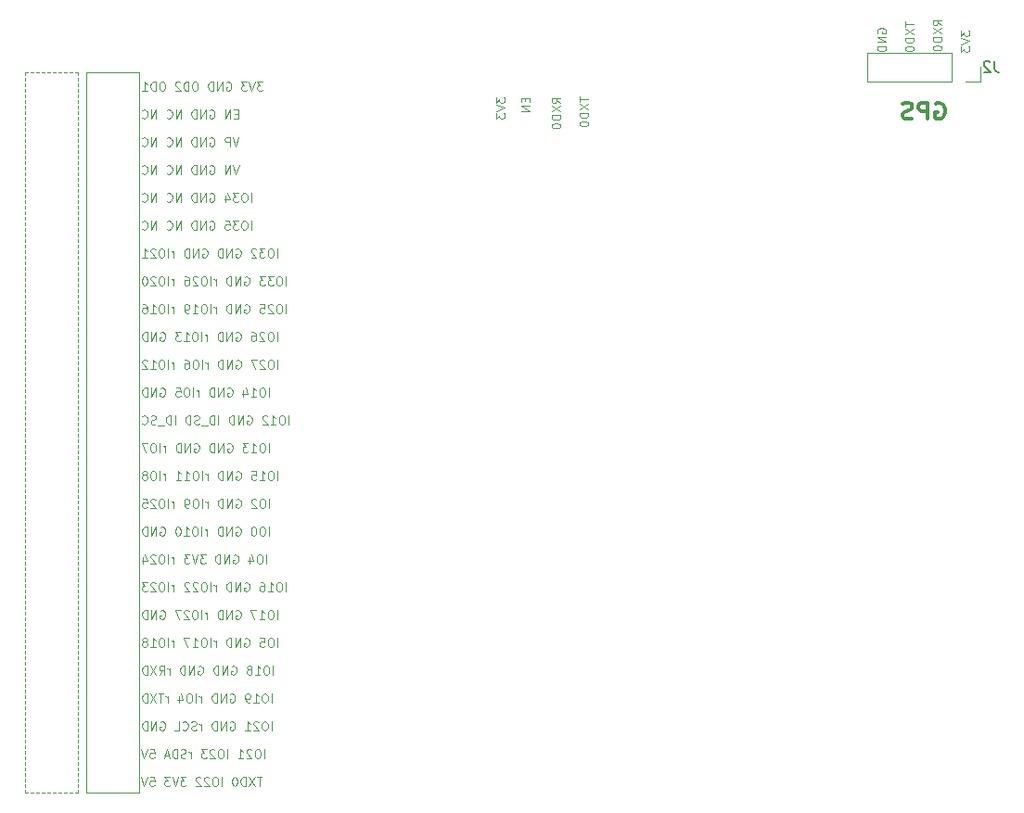
<source format=gbr>
G04 #@! TF.GenerationSoftware,KiCad,Pcbnew,(5.1.2)-2*
G04 #@! TF.CreationDate,2020-11-23T21:19:51+02:00*
G04 #@! TF.ProjectId,ESP_mesh_module,4553505f-6d65-4736-985f-6d6f64756c65,rev?*
G04 #@! TF.SameCoordinates,Original*
G04 #@! TF.FileFunction,Legend,Bot*
G04 #@! TF.FilePolarity,Positive*
%FSLAX46Y46*%
G04 Gerber Fmt 4.6, Leading zero omitted, Abs format (unit mm)*
G04 Created by KiCad (PCBNEW (5.1.2)-2) date 2020-11-23 21:19:51*
%MOMM*%
%LPD*%
G04 APERTURE LIST*
%ADD10C,0.300000*%
%ADD11C,0.125000*%
%ADD12C,0.120000*%
%ADD13C,0.150000*%
G04 APERTURE END LIST*
D10*
X210621428Y-72402000D02*
X210764285Y-72330571D01*
X210978571Y-72330571D01*
X211192857Y-72402000D01*
X211335714Y-72544857D01*
X211407142Y-72687714D01*
X211478571Y-72973428D01*
X211478571Y-73187714D01*
X211407142Y-73473428D01*
X211335714Y-73616285D01*
X211192857Y-73759142D01*
X210978571Y-73830571D01*
X210835714Y-73830571D01*
X210621428Y-73759142D01*
X210550000Y-73687714D01*
X210550000Y-73187714D01*
X210835714Y-73187714D01*
X209907142Y-73830571D02*
X209907142Y-72330571D01*
X209335714Y-72330571D01*
X209192857Y-72402000D01*
X209121428Y-72473428D01*
X209050000Y-72616285D01*
X209050000Y-72830571D01*
X209121428Y-72973428D01*
X209192857Y-73044857D01*
X209335714Y-73116285D01*
X209907142Y-73116285D01*
X208478571Y-73759142D02*
X208264285Y-73830571D01*
X207907142Y-73830571D01*
X207764285Y-73759142D01*
X207692857Y-73687714D01*
X207621428Y-73544857D01*
X207621428Y-73402000D01*
X207692857Y-73259142D01*
X207764285Y-73187714D01*
X207907142Y-73116285D01*
X208192857Y-73044857D01*
X208335714Y-72973428D01*
X208407142Y-72902000D01*
X208478571Y-72759142D01*
X208478571Y-72616285D01*
X208407142Y-72473428D01*
X208335714Y-72402000D01*
X208192857Y-72330571D01*
X207835714Y-72330571D01*
X207621428Y-72402000D01*
D11*
X205340000Y-65968773D02*
X205301904Y-65892583D01*
X205301904Y-65778297D01*
X205340000Y-65664011D01*
X205416190Y-65587821D01*
X205492380Y-65549726D01*
X205644761Y-65511630D01*
X205759047Y-65511630D01*
X205911428Y-65549726D01*
X205987619Y-65587821D01*
X206063809Y-65664011D01*
X206101904Y-65778297D01*
X206101904Y-65854488D01*
X206063809Y-65968773D01*
X206025714Y-66006869D01*
X205759047Y-66006869D01*
X205759047Y-65854488D01*
X206101904Y-66349726D02*
X205301904Y-66349726D01*
X206101904Y-66806869D01*
X205301904Y-66806869D01*
X206101904Y-67187821D02*
X205301904Y-67187821D01*
X205301904Y-67378297D01*
X205340000Y-67492583D01*
X205416190Y-67568773D01*
X205492380Y-67606869D01*
X205644761Y-67644964D01*
X205759047Y-67644964D01*
X205911428Y-67606869D01*
X205987619Y-67568773D01*
X206063809Y-67492583D01*
X206101904Y-67378297D01*
X206101904Y-67187821D01*
X212921904Y-65727535D02*
X212921904Y-66222773D01*
X213226666Y-65956107D01*
X213226666Y-66070392D01*
X213264761Y-66146583D01*
X213302857Y-66184678D01*
X213379047Y-66222773D01*
X213569523Y-66222773D01*
X213645714Y-66184678D01*
X213683809Y-66146583D01*
X213721904Y-66070392D01*
X213721904Y-65841821D01*
X213683809Y-65765630D01*
X213645714Y-65727535D01*
X212921904Y-66451345D02*
X213721904Y-66718011D01*
X212921904Y-66984678D01*
X212921904Y-67175154D02*
X212921904Y-67670392D01*
X213226666Y-67403726D01*
X213226666Y-67518011D01*
X213264761Y-67594202D01*
X213302857Y-67632297D01*
X213379047Y-67670392D01*
X213569523Y-67670392D01*
X213645714Y-67632297D01*
X213683809Y-67594202D01*
X213721904Y-67518011D01*
X213721904Y-67289440D01*
X213683809Y-67213250D01*
X213645714Y-67175154D01*
X207841904Y-64927440D02*
X207841904Y-65384583D01*
X208641904Y-65156011D02*
X207841904Y-65156011D01*
X207841904Y-65575059D02*
X208641904Y-66108392D01*
X207841904Y-66108392D02*
X208641904Y-65575059D01*
X208641904Y-66413154D02*
X207841904Y-66413154D01*
X207841904Y-66603630D01*
X207880000Y-66717916D01*
X207956190Y-66794107D01*
X208032380Y-66832202D01*
X208184761Y-66870297D01*
X208299047Y-66870297D01*
X208451428Y-66832202D01*
X208527619Y-66794107D01*
X208603809Y-66717916D01*
X208641904Y-66603630D01*
X208641904Y-66413154D01*
X207841904Y-67365535D02*
X207841904Y-67441726D01*
X207880000Y-67517916D01*
X207918095Y-67556011D01*
X207994285Y-67594107D01*
X208146666Y-67632202D01*
X208337142Y-67632202D01*
X208489523Y-67594107D01*
X208565714Y-67556011D01*
X208603809Y-67517916D01*
X208641904Y-67441726D01*
X208641904Y-67365535D01*
X208603809Y-67289345D01*
X208565714Y-67251250D01*
X208489523Y-67213154D01*
X208337142Y-67175059D01*
X208146666Y-67175059D01*
X207994285Y-67213154D01*
X207918095Y-67251250D01*
X207880000Y-67289345D01*
X207841904Y-67365535D01*
X211181904Y-65244869D02*
X210800952Y-64978202D01*
X211181904Y-64787726D02*
X210381904Y-64787726D01*
X210381904Y-65092488D01*
X210420000Y-65168678D01*
X210458095Y-65206773D01*
X210534285Y-65244869D01*
X210648571Y-65244869D01*
X210724761Y-65206773D01*
X210762857Y-65168678D01*
X210800952Y-65092488D01*
X210800952Y-64787726D01*
X210381904Y-65511535D02*
X211181904Y-66044869D01*
X210381904Y-66044869D02*
X211181904Y-65511535D01*
X211181904Y-66349630D02*
X210381904Y-66349630D01*
X210381904Y-66540107D01*
X210420000Y-66654392D01*
X210496190Y-66730583D01*
X210572380Y-66768678D01*
X210724761Y-66806773D01*
X210839047Y-66806773D01*
X210991428Y-66768678D01*
X211067619Y-66730583D01*
X211143809Y-66654392D01*
X211181904Y-66540107D01*
X211181904Y-66349630D01*
X210381904Y-67302011D02*
X210381904Y-67378202D01*
X210420000Y-67454392D01*
X210458095Y-67492488D01*
X210534285Y-67530583D01*
X210686666Y-67568678D01*
X210877142Y-67568678D01*
X211029523Y-67530583D01*
X211105714Y-67492488D01*
X211143809Y-67454392D01*
X211181904Y-67378202D01*
X211181904Y-67302011D01*
X211143809Y-67225821D01*
X211105714Y-67187726D01*
X211029523Y-67149630D01*
X210877142Y-67111535D01*
X210686666Y-67111535D01*
X210534285Y-67149630D01*
X210458095Y-67187726D01*
X210420000Y-67225821D01*
X210381904Y-67302011D01*
X178123904Y-71785440D02*
X178123904Y-72242583D01*
X178923904Y-72014011D02*
X178123904Y-72014011D01*
X178123904Y-72433059D02*
X178923904Y-72966392D01*
X178123904Y-72966392D02*
X178923904Y-72433059D01*
X178923904Y-73271154D02*
X178123904Y-73271154D01*
X178123904Y-73461630D01*
X178162000Y-73575916D01*
X178238190Y-73652107D01*
X178314380Y-73690202D01*
X178466761Y-73728297D01*
X178581047Y-73728297D01*
X178733428Y-73690202D01*
X178809619Y-73652107D01*
X178885809Y-73575916D01*
X178923904Y-73461630D01*
X178923904Y-73271154D01*
X178123904Y-74223535D02*
X178123904Y-74299726D01*
X178162000Y-74375916D01*
X178200095Y-74414011D01*
X178276285Y-74452107D01*
X178428666Y-74490202D01*
X178619142Y-74490202D01*
X178771523Y-74452107D01*
X178847714Y-74414011D01*
X178885809Y-74375916D01*
X178923904Y-74299726D01*
X178923904Y-74223535D01*
X178885809Y-74147345D01*
X178847714Y-74109250D01*
X178771523Y-74071154D01*
X178619142Y-74033059D01*
X178428666Y-74033059D01*
X178276285Y-74071154D01*
X178200095Y-74109250D01*
X178162000Y-74147345D01*
X178123904Y-74223535D01*
X176383904Y-72356869D02*
X176002952Y-72090202D01*
X176383904Y-71899726D02*
X175583904Y-71899726D01*
X175583904Y-72204488D01*
X175622000Y-72280678D01*
X175660095Y-72318773D01*
X175736285Y-72356869D01*
X175850571Y-72356869D01*
X175926761Y-72318773D01*
X175964857Y-72280678D01*
X176002952Y-72204488D01*
X176002952Y-71899726D01*
X175583904Y-72623535D02*
X176383904Y-73156869D01*
X175583904Y-73156869D02*
X176383904Y-72623535D01*
X176383904Y-73461630D02*
X175583904Y-73461630D01*
X175583904Y-73652107D01*
X175622000Y-73766392D01*
X175698190Y-73842583D01*
X175774380Y-73880678D01*
X175926761Y-73918773D01*
X176041047Y-73918773D01*
X176193428Y-73880678D01*
X176269619Y-73842583D01*
X176345809Y-73766392D01*
X176383904Y-73652107D01*
X176383904Y-73461630D01*
X175583904Y-74414011D02*
X175583904Y-74490202D01*
X175622000Y-74566392D01*
X175660095Y-74604488D01*
X175736285Y-74642583D01*
X175888666Y-74680678D01*
X176079142Y-74680678D01*
X176231523Y-74642583D01*
X176307714Y-74604488D01*
X176345809Y-74566392D01*
X176383904Y-74490202D01*
X176383904Y-74414011D01*
X176345809Y-74337821D01*
X176307714Y-74299726D01*
X176231523Y-74261630D01*
X176079142Y-74223535D01*
X175888666Y-74223535D01*
X175736285Y-74261630D01*
X175660095Y-74299726D01*
X175622000Y-74337821D01*
X175583904Y-74414011D01*
X173170857Y-71899726D02*
X173170857Y-72166392D01*
X173589904Y-72280678D02*
X173589904Y-71899726D01*
X172789904Y-71899726D01*
X172789904Y-72280678D01*
X173589904Y-72623535D02*
X172789904Y-72623535D01*
X173589904Y-73080678D01*
X172789904Y-73080678D01*
X170503904Y-71823535D02*
X170503904Y-72318773D01*
X170808666Y-72052107D01*
X170808666Y-72166392D01*
X170846761Y-72242583D01*
X170884857Y-72280678D01*
X170961047Y-72318773D01*
X171151523Y-72318773D01*
X171227714Y-72280678D01*
X171265809Y-72242583D01*
X171303904Y-72166392D01*
X171303904Y-71937821D01*
X171265809Y-71861630D01*
X171227714Y-71823535D01*
X170503904Y-72547345D02*
X171303904Y-72814011D01*
X170503904Y-73080678D01*
X170503904Y-73271154D02*
X170503904Y-73766392D01*
X170808666Y-73499726D01*
X170808666Y-73614011D01*
X170846761Y-73690202D01*
X170884857Y-73728297D01*
X170961047Y-73766392D01*
X171151523Y-73766392D01*
X171227714Y-73728297D01*
X171265809Y-73690202D01*
X171303904Y-73614011D01*
X171303904Y-73385440D01*
X171265809Y-73309250D01*
X171227714Y-73271154D01*
D12*
X127508000Y-76454000D02*
X127508000Y-76200000D01*
X127508000Y-77978000D02*
X127508000Y-77724000D01*
X127508000Y-76962000D02*
X127508000Y-76708000D01*
X127508000Y-77470000D02*
X127508000Y-77216000D01*
X127508000Y-74422000D02*
X127508000Y-74168000D01*
X127508000Y-75946000D02*
X127508000Y-75692000D01*
X127508000Y-74930000D02*
X127508000Y-74676000D01*
X127508000Y-75438000D02*
X127508000Y-75184000D01*
X127508000Y-72390000D02*
X127508000Y-72136000D01*
X127508000Y-73914000D02*
X127508000Y-73660000D01*
X127508000Y-72898000D02*
X127508000Y-72644000D01*
X127508000Y-73406000D02*
X127508000Y-73152000D01*
X127508000Y-80518000D02*
X127508000Y-80264000D01*
X127508000Y-93472000D02*
X127508000Y-93726000D01*
X127508000Y-96012000D02*
X127508000Y-96266000D01*
X127508000Y-81280000D02*
X127508000Y-81534000D01*
X127508000Y-95504000D02*
X127508000Y-95758000D01*
X127508000Y-81788000D02*
X127508000Y-82042000D01*
X127508000Y-94488000D02*
X127508000Y-94742000D01*
X127508000Y-89916000D02*
X127508000Y-90170000D01*
X127508000Y-83820000D02*
X127508000Y-84074000D01*
X127508000Y-84328000D02*
X127508000Y-84582000D01*
X127508000Y-84836000D02*
X127508000Y-85090000D01*
X127508000Y-93980000D02*
X127508000Y-94234000D01*
X127508000Y-88138000D02*
X127508000Y-87884000D01*
X127508000Y-85598000D02*
X127508000Y-85344000D01*
X127508000Y-92202000D02*
X127508000Y-91948000D01*
X127508000Y-88392000D02*
X127508000Y-88646000D01*
X127508000Y-80010000D02*
X127508000Y-79756000D01*
X127508000Y-78232000D02*
X127508000Y-78486000D01*
X127508000Y-94996000D02*
X127508000Y-95250000D01*
X127508000Y-87122000D02*
X127508000Y-86868000D01*
X127508000Y-86614000D02*
X127508000Y-86360000D01*
X127508000Y-82804000D02*
X127508000Y-83058000D01*
X127508000Y-83312000D02*
X127508000Y-83566000D01*
X127508000Y-92964000D02*
X127508000Y-93218000D01*
X127508000Y-97282000D02*
X127508000Y-97028000D01*
X127508000Y-88900000D02*
X127508000Y-89154000D01*
X127508000Y-78740000D02*
X127508000Y-78994000D01*
X127508000Y-82296000D02*
X127508000Y-82550000D01*
X127508000Y-92456000D02*
X127508000Y-92710000D01*
X127508000Y-96774000D02*
X127508000Y-96520000D01*
X127508000Y-91186000D02*
X127508000Y-90932000D01*
X127508000Y-91694000D02*
X127508000Y-91440000D01*
X127508000Y-90678000D02*
X127508000Y-90424000D01*
X127508000Y-79502000D02*
X127508000Y-79248000D01*
X127508000Y-86106000D02*
X127508000Y-85852000D01*
X127508000Y-89408000D02*
X127508000Y-89662000D01*
X127508000Y-81026000D02*
X127508000Y-80772000D01*
X127508000Y-87630000D02*
X127508000Y-87376000D01*
X127508000Y-102362000D02*
X127508000Y-102108000D01*
X127508000Y-100330000D02*
X127508000Y-100076000D01*
X127508000Y-98044000D02*
X127508000Y-98298000D01*
X127508000Y-103632000D02*
X127508000Y-103886000D01*
X127508000Y-99822000D02*
X127508000Y-99568000D01*
X127508000Y-102616000D02*
X127508000Y-102870000D01*
X127508000Y-101346000D02*
X127508000Y-101092000D01*
X127508000Y-103124000D02*
X127508000Y-103378000D01*
X127508000Y-100838000D02*
X127508000Y-100584000D01*
X127508000Y-104140000D02*
X127508000Y-104394000D01*
X127508000Y-101854000D02*
X127508000Y-101600000D01*
X127508000Y-99314000D02*
X127508000Y-99060000D01*
X127508000Y-97536000D02*
X127508000Y-97790000D01*
X127508000Y-98806000D02*
X127508000Y-98552000D01*
X127508000Y-107696000D02*
X127508000Y-107950000D01*
X127508000Y-106680000D02*
X127508000Y-106934000D01*
X127508000Y-106426000D02*
X127508000Y-106172000D01*
X127508000Y-104902000D02*
X127508000Y-104648000D01*
X127508000Y-105410000D02*
X127508000Y-105156000D01*
X127508000Y-105918000D02*
X127508000Y-105664000D01*
X127508000Y-107188000D02*
X127508000Y-107442000D01*
X127508000Y-108204000D02*
X127508000Y-108458000D01*
X127508000Y-113538000D02*
X127508000Y-113284000D01*
X127508000Y-111506000D02*
X127508000Y-111252000D01*
X127508000Y-109220000D02*
X127508000Y-109474000D01*
X127508000Y-114808000D02*
X127508000Y-115062000D01*
X127508000Y-110998000D02*
X127508000Y-110744000D01*
X127508000Y-113792000D02*
X127508000Y-114046000D01*
X127508000Y-112522000D02*
X127508000Y-112268000D01*
X127508000Y-114300000D02*
X127508000Y-114554000D01*
X127508000Y-112014000D02*
X127508000Y-111760000D01*
X127508000Y-115316000D02*
X127508000Y-115570000D01*
X127508000Y-113030000D02*
X127508000Y-112776000D01*
X127508000Y-110490000D02*
X127508000Y-110236000D01*
X127508000Y-108712000D02*
X127508000Y-108966000D01*
X127508000Y-109982000D02*
X127508000Y-109728000D01*
X127508000Y-118872000D02*
X127508000Y-119126000D01*
X127508000Y-117856000D02*
X127508000Y-118110000D01*
X127508000Y-117602000D02*
X127508000Y-117348000D01*
X127508000Y-116078000D02*
X127508000Y-115824000D01*
X127508000Y-116586000D02*
X127508000Y-116332000D01*
X127508000Y-117094000D02*
X127508000Y-116840000D01*
X127508000Y-118364000D02*
X127508000Y-118618000D01*
X127508000Y-119380000D02*
X127508000Y-119634000D01*
X127508000Y-124714000D02*
X127508000Y-124460000D01*
X127508000Y-122682000D02*
X127508000Y-122428000D01*
X127508000Y-120396000D02*
X127508000Y-120650000D01*
X127508000Y-125984000D02*
X127508000Y-126238000D01*
X127508000Y-122174000D02*
X127508000Y-121920000D01*
X127508000Y-124968000D02*
X127508000Y-125222000D01*
X127508000Y-123698000D02*
X127508000Y-123444000D01*
X127508000Y-125476000D02*
X127508000Y-125730000D01*
X127508000Y-123190000D02*
X127508000Y-122936000D01*
X127508000Y-126492000D02*
X127508000Y-126746000D01*
X127508000Y-124206000D02*
X127508000Y-123952000D01*
X127508000Y-121666000D02*
X127508000Y-121412000D01*
X127508000Y-119888000D02*
X127508000Y-120142000D01*
X127508000Y-121158000D02*
X127508000Y-120904000D01*
X127508000Y-130048000D02*
X127508000Y-130302000D01*
X127508000Y-129032000D02*
X127508000Y-129286000D01*
X127508000Y-128778000D02*
X127508000Y-128524000D01*
X127508000Y-127254000D02*
X127508000Y-127000000D01*
X127508000Y-127762000D02*
X127508000Y-127508000D01*
X127508000Y-128270000D02*
X127508000Y-128016000D01*
X127508000Y-129540000D02*
X127508000Y-129794000D01*
X127508000Y-130556000D02*
X127508000Y-130810000D01*
X127762000Y-135382000D02*
X127508000Y-135382000D01*
X127508000Y-133096000D02*
X127508000Y-133350000D01*
X127508000Y-132080000D02*
X127508000Y-132334000D01*
X127508000Y-134112000D02*
X127508000Y-134366000D01*
X127508000Y-131826000D02*
X127508000Y-131572000D01*
X127508000Y-135128000D02*
X127508000Y-135382000D01*
X127508000Y-131318000D02*
X127508000Y-131064000D01*
X127508000Y-134620000D02*
X127508000Y-134874000D01*
X127508000Y-132588000D02*
X127508000Y-132842000D01*
X127508000Y-133604000D02*
X127508000Y-133858000D01*
X127508000Y-70612000D02*
X127508000Y-70866000D01*
X127508000Y-70104000D02*
X127508000Y-70358000D01*
X127508000Y-71628000D02*
X127508000Y-71882000D01*
X127508000Y-69850000D02*
X127508000Y-69596000D01*
X127508000Y-71120000D02*
X127508000Y-71374000D01*
X128778000Y-69596000D02*
X128524000Y-69596000D01*
X129286000Y-69596000D02*
X129032000Y-69596000D01*
X127762000Y-69596000D02*
X127508000Y-69596000D01*
X129540000Y-69596000D02*
X129794000Y-69596000D01*
X128270000Y-69596000D02*
X128016000Y-69596000D01*
X131318000Y-69596000D02*
X131064000Y-69596000D01*
X131826000Y-69596000D02*
X131572000Y-69596000D01*
X130302000Y-69596000D02*
X130048000Y-69596000D01*
X132080000Y-69596000D02*
X132334000Y-69596000D01*
X130810000Y-69596000D02*
X130556000Y-69596000D01*
X132334000Y-70866000D02*
X132334000Y-70612000D01*
X132334000Y-71374000D02*
X132334000Y-71120000D01*
X132334000Y-69850000D02*
X132334000Y-69596000D01*
X132334000Y-71628000D02*
X132334000Y-71882000D01*
X132334000Y-70358000D02*
X132334000Y-70104000D01*
X132334000Y-73406000D02*
X132334000Y-73152000D01*
X132334000Y-73914000D02*
X132334000Y-73660000D01*
X132334000Y-72390000D02*
X132334000Y-72136000D01*
X132334000Y-74168000D02*
X132334000Y-74422000D01*
X132334000Y-72898000D02*
X132334000Y-72644000D01*
X132334000Y-75946000D02*
X132334000Y-75692000D01*
X132334000Y-76454000D02*
X132334000Y-76200000D01*
X132334000Y-74930000D02*
X132334000Y-74676000D01*
X132334000Y-76708000D02*
X132334000Y-76962000D01*
X132334000Y-75438000D02*
X132334000Y-75184000D01*
X132334000Y-87630000D02*
X132334000Y-87376000D01*
X132334000Y-88646000D02*
X132334000Y-88392000D01*
X132334000Y-81788000D02*
X132334000Y-82042000D01*
X132334000Y-80772000D02*
X132334000Y-81026000D01*
X132334000Y-82296000D02*
X132334000Y-82550000D01*
X132334000Y-88138000D02*
X132334000Y-87884000D01*
X132334000Y-85344000D02*
X132334000Y-85598000D01*
X132334000Y-84074000D02*
X132334000Y-83820000D01*
X132334000Y-81280000D02*
X132334000Y-81534000D01*
X132334000Y-86360000D02*
X132334000Y-86614000D01*
X132334000Y-80264000D02*
X132334000Y-80518000D01*
X132334000Y-78486000D02*
X132334000Y-78232000D01*
X132334000Y-82804000D02*
X132334000Y-83058000D01*
X132334000Y-84582000D02*
X132334000Y-84328000D01*
X132334000Y-79248000D02*
X132334000Y-79502000D01*
X132334000Y-83566000D02*
X132334000Y-83312000D01*
X132334000Y-79756000D02*
X132334000Y-80010000D01*
X132334000Y-78994000D02*
X132334000Y-78740000D01*
X132334000Y-85852000D02*
X132334000Y-86106000D01*
X132334000Y-86868000D02*
X132334000Y-87122000D01*
X132334000Y-77978000D02*
X132334000Y-77724000D01*
X132334000Y-85090000D02*
X132334000Y-84836000D01*
X132334000Y-77470000D02*
X132334000Y-77216000D01*
X132334000Y-98552000D02*
X132334000Y-98806000D01*
X132334000Y-95758000D02*
X132334000Y-95504000D01*
X132334000Y-90170000D02*
X132334000Y-89916000D01*
X132334000Y-96266000D02*
X132334000Y-96012000D01*
X132334000Y-90932000D02*
X132334000Y-91186000D01*
X132334000Y-95250000D02*
X132334000Y-94996000D01*
X132334000Y-92964000D02*
X132334000Y-93218000D01*
X132334000Y-96774000D02*
X132334000Y-96520000D01*
X132334000Y-91948000D02*
X132334000Y-92202000D01*
X132334000Y-90678000D02*
X132334000Y-90424000D01*
X132334000Y-97028000D02*
X132334000Y-97282000D01*
X132334000Y-89662000D02*
X132334000Y-89408000D01*
X132334000Y-97536000D02*
X132334000Y-97790000D01*
X132334000Y-89154000D02*
X132334000Y-88900000D01*
X132334000Y-94488000D02*
X132334000Y-94742000D01*
X132334000Y-98044000D02*
X132334000Y-98298000D01*
X132334000Y-91440000D02*
X132334000Y-91694000D01*
X132334000Y-93472000D02*
X132334000Y-93726000D01*
X132334000Y-92456000D02*
X132334000Y-92710000D01*
X132334000Y-93980000D02*
X132334000Y-94234000D01*
X132334000Y-108712000D02*
X132334000Y-108966000D01*
X132334000Y-105918000D02*
X132334000Y-105664000D01*
X132334000Y-100330000D02*
X132334000Y-100076000D01*
X132334000Y-106426000D02*
X132334000Y-106172000D01*
X132334000Y-101092000D02*
X132334000Y-101346000D01*
X132334000Y-105410000D02*
X132334000Y-105156000D01*
X132334000Y-103124000D02*
X132334000Y-103378000D01*
X132334000Y-106934000D02*
X132334000Y-106680000D01*
X132334000Y-102108000D02*
X132334000Y-102362000D01*
X132334000Y-100838000D02*
X132334000Y-100584000D01*
X132334000Y-107188000D02*
X132334000Y-107442000D01*
X132334000Y-99822000D02*
X132334000Y-99568000D01*
X132334000Y-107696000D02*
X132334000Y-107950000D01*
X132334000Y-99314000D02*
X132334000Y-99060000D01*
X132334000Y-104648000D02*
X132334000Y-104902000D01*
X132334000Y-108204000D02*
X132334000Y-108458000D01*
X132334000Y-101600000D02*
X132334000Y-101854000D01*
X132334000Y-103632000D02*
X132334000Y-103886000D01*
X132334000Y-102616000D02*
X132334000Y-102870000D01*
X132334000Y-104140000D02*
X132334000Y-104394000D01*
X132334000Y-117094000D02*
X132334000Y-116840000D01*
X132334000Y-115062000D02*
X132334000Y-114808000D01*
X132334000Y-109474000D02*
X132334000Y-109220000D01*
X132334000Y-112776000D02*
X132334000Y-113030000D01*
X132334000Y-118364000D02*
X132334000Y-118618000D01*
X132334000Y-114554000D02*
X132334000Y-114300000D01*
X132334000Y-117348000D02*
X132334000Y-117602000D01*
X132334000Y-116078000D02*
X132334000Y-115824000D01*
X132334000Y-110998000D02*
X132334000Y-110744000D01*
X132334000Y-117856000D02*
X132334000Y-118110000D01*
X132334000Y-115570000D02*
X132334000Y-115316000D01*
X132334000Y-118872000D02*
X132334000Y-119126000D01*
X132334000Y-116586000D02*
X132334000Y-116332000D01*
X132334000Y-111760000D02*
X132334000Y-112014000D01*
X132334000Y-109982000D02*
X132334000Y-109728000D01*
X132334000Y-110490000D02*
X132334000Y-110236000D01*
X132334000Y-114046000D02*
X132334000Y-113792000D01*
X132334000Y-111252000D02*
X132334000Y-111506000D01*
X132334000Y-112268000D02*
X132334000Y-112522000D01*
X132334000Y-113538000D02*
X132334000Y-113284000D01*
X132334000Y-121158000D02*
X132334000Y-120904000D01*
X132334000Y-122428000D02*
X132334000Y-122682000D01*
X132334000Y-121412000D02*
X132334000Y-121666000D01*
X132334000Y-120142000D02*
X132334000Y-119888000D01*
X132334000Y-121920000D02*
X132334000Y-122174000D01*
X132334000Y-119634000D02*
X132334000Y-119380000D01*
X132334000Y-122936000D02*
X132334000Y-123190000D01*
X132334000Y-120650000D02*
X132334000Y-120396000D01*
X132334000Y-125222000D02*
X132334000Y-124968000D01*
X132334000Y-123698000D02*
X132334000Y-123444000D01*
X132334000Y-124206000D02*
X132334000Y-123952000D01*
X132334000Y-124714000D02*
X132334000Y-124460000D01*
X132334000Y-128524000D02*
X132334000Y-128778000D01*
X132334000Y-127508000D02*
X132334000Y-127762000D01*
X132334000Y-127254000D02*
X132334000Y-127000000D01*
X132334000Y-125730000D02*
X132334000Y-125476000D01*
X132334000Y-126238000D02*
X132334000Y-125984000D01*
X132334000Y-126746000D02*
X132334000Y-126492000D01*
X132334000Y-128016000D02*
X132334000Y-128270000D01*
X132334000Y-129032000D02*
X132334000Y-129286000D01*
X132334000Y-131318000D02*
X132334000Y-131064000D01*
X132334000Y-129794000D02*
X132334000Y-129540000D01*
X132334000Y-130302000D02*
X132334000Y-130048000D01*
X132334000Y-130810000D02*
X132334000Y-130556000D01*
X132334000Y-131572000D02*
X132334000Y-131826000D01*
X132334000Y-133096000D02*
X132334000Y-133350000D01*
X132334000Y-132588000D02*
X132334000Y-132842000D01*
X132334000Y-132080000D02*
X132334000Y-132334000D01*
X132334000Y-134112000D02*
X132334000Y-134366000D01*
X132334000Y-133604000D02*
X132334000Y-133858000D01*
X132334000Y-134620000D02*
X132334000Y-134874000D01*
X132334000Y-135128000D02*
X132334000Y-135382000D01*
X132334000Y-135382000D02*
X132080000Y-135382000D01*
X131826000Y-135382000D02*
X131572000Y-135382000D01*
X131318000Y-135382000D02*
X131064000Y-135382000D01*
X130810000Y-135382000D02*
X130556000Y-135382000D01*
X130302000Y-135382000D02*
X130048000Y-135382000D01*
X129794000Y-135382000D02*
X129540000Y-135382000D01*
X129286000Y-135382000D02*
X129032000Y-135382000D01*
X128778000Y-135382000D02*
X128524000Y-135382000D01*
X128270000Y-135382000D02*
X128016000Y-135382000D01*
X133096000Y-135382000D02*
X133096000Y-69596000D01*
X137922000Y-135382000D02*
X133096000Y-135382000D01*
X137922000Y-73152000D02*
X137922000Y-135382000D01*
X137922000Y-69596000D02*
X137922000Y-73152000D01*
X133096000Y-69596000D02*
X137922000Y-69596000D01*
D11*
X149119082Y-133927904D02*
X148661939Y-133927904D01*
X148890511Y-134727904D02*
X148890511Y-133927904D01*
X148471463Y-133927904D02*
X147938130Y-134727904D01*
X147938130Y-133927904D02*
X148471463Y-134727904D01*
X147633368Y-134727904D02*
X147633368Y-133927904D01*
X147442892Y-133927904D01*
X147328606Y-133966000D01*
X147252415Y-134042190D01*
X147214320Y-134118380D01*
X147176225Y-134270761D01*
X147176225Y-134385047D01*
X147214320Y-134537428D01*
X147252415Y-134613619D01*
X147328606Y-134689809D01*
X147442892Y-134727904D01*
X147633368Y-134727904D01*
X146680987Y-133927904D02*
X146604796Y-133927904D01*
X146528606Y-133966000D01*
X146490511Y-134004095D01*
X146452415Y-134080285D01*
X146414320Y-134232666D01*
X146414320Y-134423142D01*
X146452415Y-134575523D01*
X146490511Y-134651714D01*
X146528606Y-134689809D01*
X146604796Y-134727904D01*
X146680987Y-134727904D01*
X146757177Y-134689809D01*
X146795273Y-134651714D01*
X146833368Y-134575523D01*
X146871463Y-134423142D01*
X146871463Y-134232666D01*
X146833368Y-134080285D01*
X146795273Y-134004095D01*
X146757177Y-133966000D01*
X146680987Y-133927904D01*
X145461939Y-134727904D02*
X145461939Y-133927904D01*
X144928606Y-133927904D02*
X144776225Y-133927904D01*
X144700034Y-133966000D01*
X144623844Y-134042190D01*
X144585749Y-134194571D01*
X144585749Y-134461238D01*
X144623844Y-134613619D01*
X144700034Y-134689809D01*
X144776225Y-134727904D01*
X144928606Y-134727904D01*
X145004796Y-134689809D01*
X145080987Y-134613619D01*
X145119082Y-134461238D01*
X145119082Y-134194571D01*
X145080987Y-134042190D01*
X145004796Y-133966000D01*
X144928606Y-133927904D01*
X144280987Y-134004095D02*
X144242892Y-133966000D01*
X144166701Y-133927904D01*
X143976225Y-133927904D01*
X143900034Y-133966000D01*
X143861939Y-134004095D01*
X143823844Y-134080285D01*
X143823844Y-134156476D01*
X143861939Y-134270761D01*
X144319082Y-134727904D01*
X143823844Y-134727904D01*
X143519082Y-134004095D02*
X143480987Y-133966000D01*
X143404796Y-133927904D01*
X143214320Y-133927904D01*
X143138130Y-133966000D01*
X143100034Y-134004095D01*
X143061939Y-134080285D01*
X143061939Y-134156476D01*
X143100034Y-134270761D01*
X143557177Y-134727904D01*
X143061939Y-134727904D01*
X142185749Y-133927904D02*
X141690511Y-133927904D01*
X141957177Y-134232666D01*
X141842892Y-134232666D01*
X141766701Y-134270761D01*
X141728606Y-134308857D01*
X141690511Y-134385047D01*
X141690511Y-134575523D01*
X141728606Y-134651714D01*
X141766701Y-134689809D01*
X141842892Y-134727904D01*
X142071463Y-134727904D01*
X142147653Y-134689809D01*
X142185749Y-134651714D01*
X141461939Y-133927904D02*
X141195273Y-134727904D01*
X140928606Y-133927904D01*
X140738130Y-133927904D02*
X140242892Y-133927904D01*
X140509558Y-134232666D01*
X140395273Y-134232666D01*
X140319082Y-134270761D01*
X140280987Y-134308857D01*
X140242892Y-134385047D01*
X140242892Y-134575523D01*
X140280987Y-134651714D01*
X140319082Y-134689809D01*
X140395273Y-134727904D01*
X140623844Y-134727904D01*
X140700034Y-134689809D01*
X140738130Y-134651714D01*
X138909558Y-133927904D02*
X139290511Y-133927904D01*
X139328606Y-134308857D01*
X139290511Y-134270761D01*
X139214320Y-134232666D01*
X139023844Y-134232666D01*
X138947653Y-134270761D01*
X138909558Y-134308857D01*
X138871463Y-134385047D01*
X138871463Y-134575523D01*
X138909558Y-134651714D01*
X138947653Y-134689809D01*
X139023844Y-134727904D01*
X139214320Y-134727904D01*
X139290511Y-134689809D01*
X139328606Y-134651714D01*
X138642892Y-133927904D02*
X138376225Y-134727904D01*
X138109558Y-133927904D01*
X149347653Y-132187904D02*
X149347653Y-131387904D01*
X148814320Y-131387904D02*
X148661939Y-131387904D01*
X148585749Y-131426000D01*
X148509558Y-131502190D01*
X148471463Y-131654571D01*
X148471463Y-131921238D01*
X148509558Y-132073619D01*
X148585749Y-132149809D01*
X148661939Y-132187904D01*
X148814320Y-132187904D01*
X148890510Y-132149809D01*
X148966701Y-132073619D01*
X149004796Y-131921238D01*
X149004796Y-131654571D01*
X148966701Y-131502190D01*
X148890510Y-131426000D01*
X148814320Y-131387904D01*
X148166701Y-131464095D02*
X148128606Y-131426000D01*
X148052415Y-131387904D01*
X147861939Y-131387904D01*
X147785749Y-131426000D01*
X147747653Y-131464095D01*
X147709558Y-131540285D01*
X147709558Y-131616476D01*
X147747653Y-131730761D01*
X148204796Y-132187904D01*
X147709558Y-132187904D01*
X146947653Y-132187904D02*
X147404796Y-132187904D01*
X147176225Y-132187904D02*
X147176225Y-131387904D01*
X147252415Y-131502190D01*
X147328606Y-131578380D01*
X147404796Y-131616476D01*
X145995272Y-132187904D02*
X145995272Y-131387904D01*
X145461939Y-131387904D02*
X145309558Y-131387904D01*
X145233368Y-131426000D01*
X145157177Y-131502190D01*
X145119082Y-131654571D01*
X145119082Y-131921238D01*
X145157177Y-132073619D01*
X145233368Y-132149809D01*
X145309558Y-132187904D01*
X145461939Y-132187904D01*
X145538130Y-132149809D01*
X145614320Y-132073619D01*
X145652415Y-131921238D01*
X145652415Y-131654571D01*
X145614320Y-131502190D01*
X145538130Y-131426000D01*
X145461939Y-131387904D01*
X144814320Y-131464095D02*
X144776225Y-131426000D01*
X144700034Y-131387904D01*
X144509558Y-131387904D01*
X144433368Y-131426000D01*
X144395272Y-131464095D01*
X144357177Y-131540285D01*
X144357177Y-131616476D01*
X144395272Y-131730761D01*
X144852415Y-132187904D01*
X144357177Y-132187904D01*
X144090510Y-131387904D02*
X143595272Y-131387904D01*
X143861939Y-131692666D01*
X143747653Y-131692666D01*
X143671463Y-131730761D01*
X143633368Y-131768857D01*
X143595272Y-131845047D01*
X143595272Y-132035523D01*
X143633368Y-132111714D01*
X143671463Y-132149809D01*
X143747653Y-132187904D01*
X143976225Y-132187904D01*
X144052415Y-132149809D01*
X144090510Y-132111714D01*
X142642891Y-132187904D02*
X142642891Y-131654571D01*
X142642891Y-131806952D02*
X142604796Y-131730761D01*
X142566701Y-131692666D01*
X142490510Y-131654571D01*
X142414320Y-131654571D01*
X142185749Y-132149809D02*
X142071463Y-132187904D01*
X141880987Y-132187904D01*
X141804796Y-132149809D01*
X141766701Y-132111714D01*
X141728606Y-132035523D01*
X141728606Y-131959333D01*
X141766701Y-131883142D01*
X141804796Y-131845047D01*
X141880987Y-131806952D01*
X142033368Y-131768857D01*
X142109558Y-131730761D01*
X142147653Y-131692666D01*
X142185749Y-131616476D01*
X142185749Y-131540285D01*
X142147653Y-131464095D01*
X142109558Y-131426000D01*
X142033368Y-131387904D01*
X141842891Y-131387904D01*
X141728606Y-131426000D01*
X141385749Y-132187904D02*
X141385749Y-131387904D01*
X141195272Y-131387904D01*
X141080987Y-131426000D01*
X141004796Y-131502190D01*
X140966701Y-131578380D01*
X140928606Y-131730761D01*
X140928606Y-131845047D01*
X140966701Y-131997428D01*
X141004796Y-132073619D01*
X141080987Y-132149809D01*
X141195272Y-132187904D01*
X141385749Y-132187904D01*
X140623844Y-131959333D02*
X140242891Y-131959333D01*
X140700034Y-132187904D02*
X140433368Y-131387904D01*
X140166701Y-132187904D01*
X138909558Y-131387904D02*
X139290510Y-131387904D01*
X139328606Y-131768857D01*
X139290510Y-131730761D01*
X139214320Y-131692666D01*
X139023844Y-131692666D01*
X138947653Y-131730761D01*
X138909558Y-131768857D01*
X138871463Y-131845047D01*
X138871463Y-132035523D01*
X138909558Y-132111714D01*
X138947653Y-132149809D01*
X139023844Y-132187904D01*
X139214320Y-132187904D01*
X139290510Y-132149809D01*
X139328606Y-132111714D01*
X138642891Y-131387904D02*
X138376225Y-132187904D01*
X138109558Y-131387904D01*
X149995272Y-129647904D02*
X149995272Y-128847904D01*
X149461939Y-128847904D02*
X149309558Y-128847904D01*
X149233368Y-128886000D01*
X149157177Y-128962190D01*
X149119082Y-129114571D01*
X149119082Y-129381238D01*
X149157177Y-129533619D01*
X149233368Y-129609809D01*
X149309558Y-129647904D01*
X149461939Y-129647904D01*
X149538129Y-129609809D01*
X149614320Y-129533619D01*
X149652415Y-129381238D01*
X149652415Y-129114571D01*
X149614320Y-128962190D01*
X149538129Y-128886000D01*
X149461939Y-128847904D01*
X148814320Y-128924095D02*
X148776225Y-128886000D01*
X148700034Y-128847904D01*
X148509558Y-128847904D01*
X148433368Y-128886000D01*
X148395272Y-128924095D01*
X148357177Y-129000285D01*
X148357177Y-129076476D01*
X148395272Y-129190761D01*
X148852415Y-129647904D01*
X148357177Y-129647904D01*
X147595272Y-129647904D02*
X148052415Y-129647904D01*
X147823844Y-129647904D02*
X147823844Y-128847904D01*
X147900034Y-128962190D01*
X147976225Y-129038380D01*
X148052415Y-129076476D01*
X146223844Y-128886000D02*
X146300034Y-128847904D01*
X146414320Y-128847904D01*
X146528606Y-128886000D01*
X146604796Y-128962190D01*
X146642891Y-129038380D01*
X146680987Y-129190761D01*
X146680987Y-129305047D01*
X146642891Y-129457428D01*
X146604796Y-129533619D01*
X146528606Y-129609809D01*
X146414320Y-129647904D01*
X146338129Y-129647904D01*
X146223844Y-129609809D01*
X146185749Y-129571714D01*
X146185749Y-129305047D01*
X146338129Y-129305047D01*
X145842891Y-129647904D02*
X145842891Y-128847904D01*
X145385749Y-129647904D01*
X145385749Y-128847904D01*
X145004796Y-129647904D02*
X145004796Y-128847904D01*
X144814320Y-128847904D01*
X144700034Y-128886000D01*
X144623844Y-128962190D01*
X144585749Y-129038380D01*
X144547653Y-129190761D01*
X144547653Y-129305047D01*
X144585749Y-129457428D01*
X144623844Y-129533619D01*
X144700034Y-129609809D01*
X144814320Y-129647904D01*
X145004796Y-129647904D01*
X143595272Y-129647904D02*
X143595272Y-129114571D01*
X143595272Y-129266952D02*
X143557177Y-129190761D01*
X143519082Y-129152666D01*
X143442891Y-129114571D01*
X143366701Y-129114571D01*
X143138129Y-129609809D02*
X143023844Y-129647904D01*
X142833368Y-129647904D01*
X142757177Y-129609809D01*
X142719082Y-129571714D01*
X142680987Y-129495523D01*
X142680987Y-129419333D01*
X142719082Y-129343142D01*
X142757177Y-129305047D01*
X142833368Y-129266952D01*
X142985749Y-129228857D01*
X143061939Y-129190761D01*
X143100034Y-129152666D01*
X143138129Y-129076476D01*
X143138129Y-129000285D01*
X143100034Y-128924095D01*
X143061939Y-128886000D01*
X142985749Y-128847904D01*
X142795272Y-128847904D01*
X142680987Y-128886000D01*
X141880987Y-129571714D02*
X141919082Y-129609809D01*
X142033368Y-129647904D01*
X142109558Y-129647904D01*
X142223844Y-129609809D01*
X142300034Y-129533619D01*
X142338129Y-129457428D01*
X142376225Y-129305047D01*
X142376225Y-129190761D01*
X142338129Y-129038380D01*
X142300034Y-128962190D01*
X142223844Y-128886000D01*
X142109558Y-128847904D01*
X142033368Y-128847904D01*
X141919082Y-128886000D01*
X141880987Y-128924095D01*
X141157177Y-129647904D02*
X141538129Y-129647904D01*
X141538129Y-128847904D01*
X139861939Y-128886000D02*
X139938129Y-128847904D01*
X140052415Y-128847904D01*
X140166701Y-128886000D01*
X140242891Y-128962190D01*
X140280987Y-129038380D01*
X140319082Y-129190761D01*
X140319082Y-129305047D01*
X140280987Y-129457428D01*
X140242891Y-129533619D01*
X140166701Y-129609809D01*
X140052415Y-129647904D01*
X139976225Y-129647904D01*
X139861939Y-129609809D01*
X139823844Y-129571714D01*
X139823844Y-129305047D01*
X139976225Y-129305047D01*
X139480987Y-129647904D02*
X139480987Y-128847904D01*
X139023844Y-129647904D01*
X139023844Y-128847904D01*
X138642891Y-129647904D02*
X138642891Y-128847904D01*
X138452415Y-128847904D01*
X138338129Y-128886000D01*
X138261939Y-128962190D01*
X138223844Y-129038380D01*
X138185749Y-129190761D01*
X138185749Y-129305047D01*
X138223844Y-129457428D01*
X138261939Y-129533619D01*
X138338129Y-129609809D01*
X138452415Y-129647904D01*
X138642891Y-129647904D01*
X149995272Y-127107904D02*
X149995272Y-126307904D01*
X149461939Y-126307904D02*
X149309558Y-126307904D01*
X149233368Y-126346000D01*
X149157177Y-126422190D01*
X149119082Y-126574571D01*
X149119082Y-126841238D01*
X149157177Y-126993619D01*
X149233368Y-127069809D01*
X149309558Y-127107904D01*
X149461939Y-127107904D01*
X149538129Y-127069809D01*
X149614320Y-126993619D01*
X149652415Y-126841238D01*
X149652415Y-126574571D01*
X149614320Y-126422190D01*
X149538129Y-126346000D01*
X149461939Y-126307904D01*
X148357177Y-127107904D02*
X148814320Y-127107904D01*
X148585749Y-127107904D02*
X148585749Y-126307904D01*
X148661939Y-126422190D01*
X148738129Y-126498380D01*
X148814320Y-126536476D01*
X147976225Y-127107904D02*
X147823844Y-127107904D01*
X147747653Y-127069809D01*
X147709558Y-127031714D01*
X147633368Y-126917428D01*
X147595272Y-126765047D01*
X147595272Y-126460285D01*
X147633368Y-126384095D01*
X147671463Y-126346000D01*
X147747653Y-126307904D01*
X147900034Y-126307904D01*
X147976225Y-126346000D01*
X148014320Y-126384095D01*
X148052415Y-126460285D01*
X148052415Y-126650761D01*
X148014320Y-126726952D01*
X147976225Y-126765047D01*
X147900034Y-126803142D01*
X147747653Y-126803142D01*
X147671463Y-126765047D01*
X147633368Y-126726952D01*
X147595272Y-126650761D01*
X146223844Y-126346000D02*
X146300034Y-126307904D01*
X146414320Y-126307904D01*
X146528606Y-126346000D01*
X146604796Y-126422190D01*
X146642891Y-126498380D01*
X146680987Y-126650761D01*
X146680987Y-126765047D01*
X146642891Y-126917428D01*
X146604796Y-126993619D01*
X146528606Y-127069809D01*
X146414320Y-127107904D01*
X146338129Y-127107904D01*
X146223844Y-127069809D01*
X146185749Y-127031714D01*
X146185749Y-126765047D01*
X146338129Y-126765047D01*
X145842891Y-127107904D02*
X145842891Y-126307904D01*
X145385749Y-127107904D01*
X145385749Y-126307904D01*
X145004796Y-127107904D02*
X145004796Y-126307904D01*
X144814320Y-126307904D01*
X144700034Y-126346000D01*
X144623844Y-126422190D01*
X144585749Y-126498380D01*
X144547653Y-126650761D01*
X144547653Y-126765047D01*
X144585749Y-126917428D01*
X144623844Y-126993619D01*
X144700034Y-127069809D01*
X144814320Y-127107904D01*
X145004796Y-127107904D01*
X143595272Y-127107904D02*
X143595272Y-126574571D01*
X143595272Y-126726952D02*
X143557177Y-126650761D01*
X143519082Y-126612666D01*
X143442891Y-126574571D01*
X143366701Y-126574571D01*
X143100034Y-127107904D02*
X143100034Y-126307904D01*
X142566701Y-126307904D02*
X142414320Y-126307904D01*
X142338129Y-126346000D01*
X142261939Y-126422190D01*
X142223844Y-126574571D01*
X142223844Y-126841238D01*
X142261939Y-126993619D01*
X142338129Y-127069809D01*
X142414320Y-127107904D01*
X142566701Y-127107904D01*
X142642891Y-127069809D01*
X142719082Y-126993619D01*
X142757177Y-126841238D01*
X142757177Y-126574571D01*
X142719082Y-126422190D01*
X142642891Y-126346000D01*
X142566701Y-126307904D01*
X141538129Y-126574571D02*
X141538129Y-127107904D01*
X141728606Y-126269809D02*
X141919082Y-126841238D01*
X141423844Y-126841238D01*
X140509558Y-127107904D02*
X140509558Y-126574571D01*
X140509558Y-126726952D02*
X140471463Y-126650761D01*
X140433368Y-126612666D01*
X140357177Y-126574571D01*
X140280987Y-126574571D01*
X140128606Y-126307904D02*
X139671463Y-126307904D01*
X139900034Y-127107904D02*
X139900034Y-126307904D01*
X139480987Y-126307904D02*
X138947653Y-127107904D01*
X138947653Y-126307904D02*
X139480987Y-127107904D01*
X138642891Y-127107904D02*
X138642891Y-126307904D01*
X138452415Y-126307904D01*
X138338129Y-126346000D01*
X138261939Y-126422190D01*
X138223844Y-126498380D01*
X138185749Y-126650761D01*
X138185749Y-126765047D01*
X138223844Y-126917428D01*
X138261939Y-126993619D01*
X138338129Y-127069809D01*
X138452415Y-127107904D01*
X138642891Y-127107904D01*
X150147653Y-124567904D02*
X150147653Y-123767904D01*
X149614320Y-123767904D02*
X149461939Y-123767904D01*
X149385749Y-123806000D01*
X149309558Y-123882190D01*
X149271463Y-124034571D01*
X149271463Y-124301238D01*
X149309558Y-124453619D01*
X149385749Y-124529809D01*
X149461939Y-124567904D01*
X149614320Y-124567904D01*
X149690510Y-124529809D01*
X149766701Y-124453619D01*
X149804796Y-124301238D01*
X149804796Y-124034571D01*
X149766701Y-123882190D01*
X149690510Y-123806000D01*
X149614320Y-123767904D01*
X148509558Y-124567904D02*
X148966701Y-124567904D01*
X148738130Y-124567904D02*
X148738130Y-123767904D01*
X148814320Y-123882190D01*
X148890510Y-123958380D01*
X148966701Y-123996476D01*
X148052415Y-124110761D02*
X148128606Y-124072666D01*
X148166701Y-124034571D01*
X148204796Y-123958380D01*
X148204796Y-123920285D01*
X148166701Y-123844095D01*
X148128606Y-123806000D01*
X148052415Y-123767904D01*
X147900034Y-123767904D01*
X147823844Y-123806000D01*
X147785749Y-123844095D01*
X147747653Y-123920285D01*
X147747653Y-123958380D01*
X147785749Y-124034571D01*
X147823844Y-124072666D01*
X147900034Y-124110761D01*
X148052415Y-124110761D01*
X148128606Y-124148857D01*
X148166701Y-124186952D01*
X148204796Y-124263142D01*
X148204796Y-124415523D01*
X148166701Y-124491714D01*
X148128606Y-124529809D01*
X148052415Y-124567904D01*
X147900034Y-124567904D01*
X147823844Y-124529809D01*
X147785749Y-124491714D01*
X147747653Y-124415523D01*
X147747653Y-124263142D01*
X147785749Y-124186952D01*
X147823844Y-124148857D01*
X147900034Y-124110761D01*
X146376225Y-123806000D02*
X146452415Y-123767904D01*
X146566701Y-123767904D01*
X146680987Y-123806000D01*
X146757177Y-123882190D01*
X146795272Y-123958380D01*
X146833368Y-124110761D01*
X146833368Y-124225047D01*
X146795272Y-124377428D01*
X146757177Y-124453619D01*
X146680987Y-124529809D01*
X146566701Y-124567904D01*
X146490510Y-124567904D01*
X146376225Y-124529809D01*
X146338130Y-124491714D01*
X146338130Y-124225047D01*
X146490510Y-124225047D01*
X145995272Y-124567904D02*
X145995272Y-123767904D01*
X145538130Y-124567904D01*
X145538130Y-123767904D01*
X145157177Y-124567904D02*
X145157177Y-123767904D01*
X144966701Y-123767904D01*
X144852415Y-123806000D01*
X144776225Y-123882190D01*
X144738130Y-123958380D01*
X144700034Y-124110761D01*
X144700034Y-124225047D01*
X144738130Y-124377428D01*
X144776225Y-124453619D01*
X144852415Y-124529809D01*
X144966701Y-124567904D01*
X145157177Y-124567904D01*
X143328606Y-123806000D02*
X143404796Y-123767904D01*
X143519082Y-123767904D01*
X143633368Y-123806000D01*
X143709558Y-123882190D01*
X143747653Y-123958380D01*
X143785749Y-124110761D01*
X143785749Y-124225047D01*
X143747653Y-124377428D01*
X143709558Y-124453619D01*
X143633368Y-124529809D01*
X143519082Y-124567904D01*
X143442891Y-124567904D01*
X143328606Y-124529809D01*
X143290510Y-124491714D01*
X143290510Y-124225047D01*
X143442891Y-124225047D01*
X142947653Y-124567904D02*
X142947653Y-123767904D01*
X142490510Y-124567904D01*
X142490510Y-123767904D01*
X142109558Y-124567904D02*
X142109558Y-123767904D01*
X141919082Y-123767904D01*
X141804796Y-123806000D01*
X141728606Y-123882190D01*
X141690510Y-123958380D01*
X141652415Y-124110761D01*
X141652415Y-124225047D01*
X141690510Y-124377428D01*
X141728606Y-124453619D01*
X141804796Y-124529809D01*
X141919082Y-124567904D01*
X142109558Y-124567904D01*
X140700034Y-124567904D02*
X140700034Y-124034571D01*
X140700034Y-124186952D02*
X140661939Y-124110761D01*
X140623844Y-124072666D01*
X140547653Y-124034571D01*
X140471463Y-124034571D01*
X139747653Y-124567904D02*
X140014320Y-124186952D01*
X140204796Y-124567904D02*
X140204796Y-123767904D01*
X139900034Y-123767904D01*
X139823844Y-123806000D01*
X139785749Y-123844095D01*
X139747653Y-123920285D01*
X139747653Y-124034571D01*
X139785749Y-124110761D01*
X139823844Y-124148857D01*
X139900034Y-124186952D01*
X140204796Y-124186952D01*
X139480987Y-123767904D02*
X138947653Y-124567904D01*
X138947653Y-123767904D02*
X139480987Y-124567904D01*
X138642891Y-124567904D02*
X138642891Y-123767904D01*
X138452415Y-123767904D01*
X138338130Y-123806000D01*
X138261939Y-123882190D01*
X138223844Y-123958380D01*
X138185749Y-124110761D01*
X138185749Y-124225047D01*
X138223844Y-124377428D01*
X138261939Y-124453619D01*
X138338130Y-124529809D01*
X138452415Y-124567904D01*
X138642891Y-124567904D01*
X150566701Y-122027904D02*
X150566701Y-121227904D01*
X150033368Y-121227904D02*
X149880987Y-121227904D01*
X149804797Y-121266000D01*
X149728606Y-121342190D01*
X149690511Y-121494571D01*
X149690511Y-121761238D01*
X149728606Y-121913619D01*
X149804797Y-121989809D01*
X149880987Y-122027904D01*
X150033368Y-122027904D01*
X150109558Y-121989809D01*
X150185749Y-121913619D01*
X150223844Y-121761238D01*
X150223844Y-121494571D01*
X150185749Y-121342190D01*
X150109558Y-121266000D01*
X150033368Y-121227904D01*
X148966701Y-121227904D02*
X149347654Y-121227904D01*
X149385749Y-121608857D01*
X149347654Y-121570761D01*
X149271463Y-121532666D01*
X149080987Y-121532666D01*
X149004797Y-121570761D01*
X148966701Y-121608857D01*
X148928606Y-121685047D01*
X148928606Y-121875523D01*
X148966701Y-121951714D01*
X149004797Y-121989809D01*
X149080987Y-122027904D01*
X149271463Y-122027904D01*
X149347654Y-121989809D01*
X149385749Y-121951714D01*
X147557178Y-121266000D02*
X147633368Y-121227904D01*
X147747654Y-121227904D01*
X147861939Y-121266000D01*
X147938130Y-121342190D01*
X147976225Y-121418380D01*
X148014320Y-121570761D01*
X148014320Y-121685047D01*
X147976225Y-121837428D01*
X147938130Y-121913619D01*
X147861939Y-121989809D01*
X147747654Y-122027904D01*
X147671463Y-122027904D01*
X147557178Y-121989809D01*
X147519082Y-121951714D01*
X147519082Y-121685047D01*
X147671463Y-121685047D01*
X147176225Y-122027904D02*
X147176225Y-121227904D01*
X146719082Y-122027904D01*
X146719082Y-121227904D01*
X146338130Y-122027904D02*
X146338130Y-121227904D01*
X146147654Y-121227904D01*
X146033368Y-121266000D01*
X145957178Y-121342190D01*
X145919082Y-121418380D01*
X145880987Y-121570761D01*
X145880987Y-121685047D01*
X145919082Y-121837428D01*
X145957178Y-121913619D01*
X146033368Y-121989809D01*
X146147654Y-122027904D01*
X146338130Y-122027904D01*
X144928606Y-122027904D02*
X144928606Y-121494571D01*
X144928606Y-121646952D02*
X144890511Y-121570761D01*
X144852416Y-121532666D01*
X144776225Y-121494571D01*
X144700035Y-121494571D01*
X144433368Y-122027904D02*
X144433368Y-121227904D01*
X143900035Y-121227904D02*
X143747654Y-121227904D01*
X143671463Y-121266000D01*
X143595273Y-121342190D01*
X143557178Y-121494571D01*
X143557178Y-121761238D01*
X143595273Y-121913619D01*
X143671463Y-121989809D01*
X143747654Y-122027904D01*
X143900035Y-122027904D01*
X143976225Y-121989809D01*
X144052416Y-121913619D01*
X144090511Y-121761238D01*
X144090511Y-121494571D01*
X144052416Y-121342190D01*
X143976225Y-121266000D01*
X143900035Y-121227904D01*
X142795273Y-122027904D02*
X143252416Y-122027904D01*
X143023844Y-122027904D02*
X143023844Y-121227904D01*
X143100035Y-121342190D01*
X143176225Y-121418380D01*
X143252416Y-121456476D01*
X142528606Y-121227904D02*
X141995273Y-121227904D01*
X142338130Y-122027904D01*
X141080987Y-122027904D02*
X141080987Y-121494571D01*
X141080987Y-121646952D02*
X141042892Y-121570761D01*
X141004797Y-121532666D01*
X140928606Y-121494571D01*
X140852416Y-121494571D01*
X140585749Y-122027904D02*
X140585749Y-121227904D01*
X140052416Y-121227904D02*
X139900035Y-121227904D01*
X139823844Y-121266000D01*
X139747654Y-121342190D01*
X139709558Y-121494571D01*
X139709558Y-121761238D01*
X139747654Y-121913619D01*
X139823844Y-121989809D01*
X139900035Y-122027904D01*
X140052416Y-122027904D01*
X140128606Y-121989809D01*
X140204797Y-121913619D01*
X140242892Y-121761238D01*
X140242892Y-121494571D01*
X140204797Y-121342190D01*
X140128606Y-121266000D01*
X140052416Y-121227904D01*
X138947654Y-122027904D02*
X139404797Y-122027904D01*
X139176225Y-122027904D02*
X139176225Y-121227904D01*
X139252416Y-121342190D01*
X139328606Y-121418380D01*
X139404797Y-121456476D01*
X138490511Y-121570761D02*
X138566701Y-121532666D01*
X138604797Y-121494571D01*
X138642892Y-121418380D01*
X138642892Y-121380285D01*
X138604797Y-121304095D01*
X138566701Y-121266000D01*
X138490511Y-121227904D01*
X138338130Y-121227904D01*
X138261939Y-121266000D01*
X138223844Y-121304095D01*
X138185749Y-121380285D01*
X138185749Y-121418380D01*
X138223844Y-121494571D01*
X138261939Y-121532666D01*
X138338130Y-121570761D01*
X138490511Y-121570761D01*
X138566701Y-121608857D01*
X138604797Y-121646952D01*
X138642892Y-121723142D01*
X138642892Y-121875523D01*
X138604797Y-121951714D01*
X138566701Y-121989809D01*
X138490511Y-122027904D01*
X138338130Y-122027904D01*
X138261939Y-121989809D01*
X138223844Y-121951714D01*
X138185749Y-121875523D01*
X138185749Y-121723142D01*
X138223844Y-121646952D01*
X138261939Y-121608857D01*
X138338130Y-121570761D01*
X150528605Y-119487904D02*
X150528605Y-118687904D01*
X149995272Y-118687904D02*
X149842891Y-118687904D01*
X149766701Y-118726000D01*
X149690510Y-118802190D01*
X149652415Y-118954571D01*
X149652415Y-119221238D01*
X149690510Y-119373619D01*
X149766701Y-119449809D01*
X149842891Y-119487904D01*
X149995272Y-119487904D01*
X150071462Y-119449809D01*
X150147653Y-119373619D01*
X150185748Y-119221238D01*
X150185748Y-118954571D01*
X150147653Y-118802190D01*
X150071462Y-118726000D01*
X149995272Y-118687904D01*
X148890510Y-119487904D02*
X149347653Y-119487904D01*
X149119082Y-119487904D02*
X149119082Y-118687904D01*
X149195272Y-118802190D01*
X149271462Y-118878380D01*
X149347653Y-118916476D01*
X148623843Y-118687904D02*
X148090510Y-118687904D01*
X148433367Y-119487904D01*
X146757177Y-118726000D02*
X146833367Y-118687904D01*
X146947653Y-118687904D01*
X147061939Y-118726000D01*
X147138129Y-118802190D01*
X147176224Y-118878380D01*
X147214320Y-119030761D01*
X147214320Y-119145047D01*
X147176224Y-119297428D01*
X147138129Y-119373619D01*
X147061939Y-119449809D01*
X146947653Y-119487904D01*
X146871462Y-119487904D01*
X146757177Y-119449809D01*
X146719082Y-119411714D01*
X146719082Y-119145047D01*
X146871462Y-119145047D01*
X146376224Y-119487904D02*
X146376224Y-118687904D01*
X145919082Y-119487904D01*
X145919082Y-118687904D01*
X145538129Y-119487904D02*
X145538129Y-118687904D01*
X145347653Y-118687904D01*
X145233367Y-118726000D01*
X145157177Y-118802190D01*
X145119082Y-118878380D01*
X145080986Y-119030761D01*
X145080986Y-119145047D01*
X145119082Y-119297428D01*
X145157177Y-119373619D01*
X145233367Y-119449809D01*
X145347653Y-119487904D01*
X145538129Y-119487904D01*
X144128605Y-119487904D02*
X144128605Y-118954571D01*
X144128605Y-119106952D02*
X144090510Y-119030761D01*
X144052415Y-118992666D01*
X143976224Y-118954571D01*
X143900034Y-118954571D01*
X143633367Y-119487904D02*
X143633367Y-118687904D01*
X143100034Y-118687904D02*
X142947653Y-118687904D01*
X142871462Y-118726000D01*
X142795272Y-118802190D01*
X142757177Y-118954571D01*
X142757177Y-119221238D01*
X142795272Y-119373619D01*
X142871462Y-119449809D01*
X142947653Y-119487904D01*
X143100034Y-119487904D01*
X143176224Y-119449809D01*
X143252415Y-119373619D01*
X143290510Y-119221238D01*
X143290510Y-118954571D01*
X143252415Y-118802190D01*
X143176224Y-118726000D01*
X143100034Y-118687904D01*
X142452415Y-118764095D02*
X142414320Y-118726000D01*
X142338129Y-118687904D01*
X142147653Y-118687904D01*
X142071462Y-118726000D01*
X142033367Y-118764095D01*
X141995272Y-118840285D01*
X141995272Y-118916476D01*
X142033367Y-119030761D01*
X142490510Y-119487904D01*
X141995272Y-119487904D01*
X141728605Y-118687904D02*
X141195272Y-118687904D01*
X141538129Y-119487904D01*
X139861939Y-118726000D02*
X139938129Y-118687904D01*
X140052415Y-118687904D01*
X140166701Y-118726000D01*
X140242891Y-118802190D01*
X140280986Y-118878380D01*
X140319082Y-119030761D01*
X140319082Y-119145047D01*
X140280986Y-119297428D01*
X140242891Y-119373619D01*
X140166701Y-119449809D01*
X140052415Y-119487904D01*
X139976224Y-119487904D01*
X139861939Y-119449809D01*
X139823843Y-119411714D01*
X139823843Y-119145047D01*
X139976224Y-119145047D01*
X139480986Y-119487904D02*
X139480986Y-118687904D01*
X139023843Y-119487904D01*
X139023843Y-118687904D01*
X138642891Y-119487904D02*
X138642891Y-118687904D01*
X138452415Y-118687904D01*
X138338129Y-118726000D01*
X138261939Y-118802190D01*
X138223843Y-118878380D01*
X138185748Y-119030761D01*
X138185748Y-119145047D01*
X138223843Y-119297428D01*
X138261939Y-119373619D01*
X138338129Y-119449809D01*
X138452415Y-119487904D01*
X138642891Y-119487904D01*
X151328605Y-116947904D02*
X151328605Y-116147904D01*
X150795272Y-116147904D02*
X150642891Y-116147904D01*
X150566701Y-116186000D01*
X150490510Y-116262190D01*
X150452415Y-116414571D01*
X150452415Y-116681238D01*
X150490510Y-116833619D01*
X150566701Y-116909809D01*
X150642891Y-116947904D01*
X150795272Y-116947904D01*
X150871462Y-116909809D01*
X150947653Y-116833619D01*
X150985748Y-116681238D01*
X150985748Y-116414571D01*
X150947653Y-116262190D01*
X150871462Y-116186000D01*
X150795272Y-116147904D01*
X149690510Y-116947904D02*
X150147653Y-116947904D01*
X149919082Y-116947904D02*
X149919082Y-116147904D01*
X149995272Y-116262190D01*
X150071462Y-116338380D01*
X150147653Y-116376476D01*
X149004796Y-116147904D02*
X149157177Y-116147904D01*
X149233367Y-116186000D01*
X149271462Y-116224095D01*
X149347653Y-116338380D01*
X149385748Y-116490761D01*
X149385748Y-116795523D01*
X149347653Y-116871714D01*
X149309558Y-116909809D01*
X149233367Y-116947904D01*
X149080986Y-116947904D01*
X149004796Y-116909809D01*
X148966701Y-116871714D01*
X148928605Y-116795523D01*
X148928605Y-116605047D01*
X148966701Y-116528857D01*
X149004796Y-116490761D01*
X149080986Y-116452666D01*
X149233367Y-116452666D01*
X149309558Y-116490761D01*
X149347653Y-116528857D01*
X149385748Y-116605047D01*
X147557177Y-116186000D02*
X147633367Y-116147904D01*
X147747653Y-116147904D01*
X147861939Y-116186000D01*
X147938129Y-116262190D01*
X147976224Y-116338380D01*
X148014320Y-116490761D01*
X148014320Y-116605047D01*
X147976224Y-116757428D01*
X147938129Y-116833619D01*
X147861939Y-116909809D01*
X147747653Y-116947904D01*
X147671462Y-116947904D01*
X147557177Y-116909809D01*
X147519082Y-116871714D01*
X147519082Y-116605047D01*
X147671462Y-116605047D01*
X147176224Y-116947904D02*
X147176224Y-116147904D01*
X146719082Y-116947904D01*
X146719082Y-116147904D01*
X146338129Y-116947904D02*
X146338129Y-116147904D01*
X146147653Y-116147904D01*
X146033367Y-116186000D01*
X145957177Y-116262190D01*
X145919082Y-116338380D01*
X145880986Y-116490761D01*
X145880986Y-116605047D01*
X145919082Y-116757428D01*
X145957177Y-116833619D01*
X146033367Y-116909809D01*
X146147653Y-116947904D01*
X146338129Y-116947904D01*
X144928605Y-116947904D02*
X144928605Y-116414571D01*
X144928605Y-116566952D02*
X144890510Y-116490761D01*
X144852415Y-116452666D01*
X144776224Y-116414571D01*
X144700034Y-116414571D01*
X144433367Y-116947904D02*
X144433367Y-116147904D01*
X143900034Y-116147904D02*
X143747653Y-116147904D01*
X143671462Y-116186000D01*
X143595272Y-116262190D01*
X143557177Y-116414571D01*
X143557177Y-116681238D01*
X143595272Y-116833619D01*
X143671462Y-116909809D01*
X143747653Y-116947904D01*
X143900034Y-116947904D01*
X143976224Y-116909809D01*
X144052415Y-116833619D01*
X144090510Y-116681238D01*
X144090510Y-116414571D01*
X144052415Y-116262190D01*
X143976224Y-116186000D01*
X143900034Y-116147904D01*
X143252415Y-116224095D02*
X143214320Y-116186000D01*
X143138129Y-116147904D01*
X142947653Y-116147904D01*
X142871462Y-116186000D01*
X142833367Y-116224095D01*
X142795272Y-116300285D01*
X142795272Y-116376476D01*
X142833367Y-116490761D01*
X143290510Y-116947904D01*
X142795272Y-116947904D01*
X142490510Y-116224095D02*
X142452415Y-116186000D01*
X142376224Y-116147904D01*
X142185748Y-116147904D01*
X142109558Y-116186000D01*
X142071462Y-116224095D01*
X142033367Y-116300285D01*
X142033367Y-116376476D01*
X142071462Y-116490761D01*
X142528605Y-116947904D01*
X142033367Y-116947904D01*
X141080986Y-116947904D02*
X141080986Y-116414571D01*
X141080986Y-116566952D02*
X141042891Y-116490761D01*
X141004796Y-116452666D01*
X140928605Y-116414571D01*
X140852415Y-116414571D01*
X140585748Y-116947904D02*
X140585748Y-116147904D01*
X140052415Y-116147904D02*
X139900034Y-116147904D01*
X139823843Y-116186000D01*
X139747653Y-116262190D01*
X139709558Y-116414571D01*
X139709558Y-116681238D01*
X139747653Y-116833619D01*
X139823843Y-116909809D01*
X139900034Y-116947904D01*
X140052415Y-116947904D01*
X140128605Y-116909809D01*
X140204796Y-116833619D01*
X140242891Y-116681238D01*
X140242891Y-116414571D01*
X140204796Y-116262190D01*
X140128605Y-116186000D01*
X140052415Y-116147904D01*
X139404796Y-116224095D02*
X139366701Y-116186000D01*
X139290510Y-116147904D01*
X139100034Y-116147904D01*
X139023843Y-116186000D01*
X138985748Y-116224095D01*
X138947653Y-116300285D01*
X138947653Y-116376476D01*
X138985748Y-116490761D01*
X139442891Y-116947904D01*
X138947653Y-116947904D01*
X138680986Y-116147904D02*
X138185748Y-116147904D01*
X138452415Y-116452666D01*
X138338129Y-116452666D01*
X138261939Y-116490761D01*
X138223843Y-116528857D01*
X138185748Y-116605047D01*
X138185748Y-116795523D01*
X138223843Y-116871714D01*
X138261939Y-116909809D01*
X138338129Y-116947904D01*
X138566701Y-116947904D01*
X138642891Y-116909809D01*
X138680986Y-116871714D01*
X149538129Y-114407904D02*
X149538129Y-113607904D01*
X149004796Y-113607904D02*
X148852415Y-113607904D01*
X148776225Y-113646000D01*
X148700034Y-113722190D01*
X148661939Y-113874571D01*
X148661939Y-114141238D01*
X148700034Y-114293619D01*
X148776225Y-114369809D01*
X148852415Y-114407904D01*
X149004796Y-114407904D01*
X149080986Y-114369809D01*
X149157177Y-114293619D01*
X149195272Y-114141238D01*
X149195272Y-113874571D01*
X149157177Y-113722190D01*
X149080986Y-113646000D01*
X149004796Y-113607904D01*
X147976225Y-113874571D02*
X147976225Y-114407904D01*
X148166701Y-113569809D02*
X148357177Y-114141238D01*
X147861939Y-114141238D01*
X146528606Y-113646000D02*
X146604796Y-113607904D01*
X146719082Y-113607904D01*
X146833367Y-113646000D01*
X146909558Y-113722190D01*
X146947653Y-113798380D01*
X146985748Y-113950761D01*
X146985748Y-114065047D01*
X146947653Y-114217428D01*
X146909558Y-114293619D01*
X146833367Y-114369809D01*
X146719082Y-114407904D01*
X146642891Y-114407904D01*
X146528606Y-114369809D01*
X146490510Y-114331714D01*
X146490510Y-114065047D01*
X146642891Y-114065047D01*
X146147653Y-114407904D02*
X146147653Y-113607904D01*
X145690510Y-114407904D01*
X145690510Y-113607904D01*
X145309558Y-114407904D02*
X145309558Y-113607904D01*
X145119082Y-113607904D01*
X145004796Y-113646000D01*
X144928606Y-113722190D01*
X144890510Y-113798380D01*
X144852415Y-113950761D01*
X144852415Y-114065047D01*
X144890510Y-114217428D01*
X144928606Y-114293619D01*
X145004796Y-114369809D01*
X145119082Y-114407904D01*
X145309558Y-114407904D01*
X143976225Y-113607904D02*
X143480986Y-113607904D01*
X143747653Y-113912666D01*
X143633367Y-113912666D01*
X143557177Y-113950761D01*
X143519082Y-113988857D01*
X143480986Y-114065047D01*
X143480986Y-114255523D01*
X143519082Y-114331714D01*
X143557177Y-114369809D01*
X143633367Y-114407904D01*
X143861939Y-114407904D01*
X143938129Y-114369809D01*
X143976225Y-114331714D01*
X143252415Y-113607904D02*
X142985748Y-114407904D01*
X142719082Y-113607904D01*
X142528606Y-113607904D02*
X142033367Y-113607904D01*
X142300034Y-113912666D01*
X142185748Y-113912666D01*
X142109558Y-113950761D01*
X142071463Y-113988857D01*
X142033367Y-114065047D01*
X142033367Y-114255523D01*
X142071463Y-114331714D01*
X142109558Y-114369809D01*
X142185748Y-114407904D01*
X142414320Y-114407904D01*
X142490510Y-114369809D01*
X142528606Y-114331714D01*
X141080986Y-114407904D02*
X141080986Y-113874571D01*
X141080986Y-114026952D02*
X141042891Y-113950761D01*
X141004796Y-113912666D01*
X140928606Y-113874571D01*
X140852415Y-113874571D01*
X140585748Y-114407904D02*
X140585748Y-113607904D01*
X140052415Y-113607904D02*
X139900034Y-113607904D01*
X139823844Y-113646000D01*
X139747653Y-113722190D01*
X139709558Y-113874571D01*
X139709558Y-114141238D01*
X139747653Y-114293619D01*
X139823844Y-114369809D01*
X139900034Y-114407904D01*
X140052415Y-114407904D01*
X140128606Y-114369809D01*
X140204796Y-114293619D01*
X140242891Y-114141238D01*
X140242891Y-113874571D01*
X140204796Y-113722190D01*
X140128606Y-113646000D01*
X140052415Y-113607904D01*
X139404796Y-113684095D02*
X139366701Y-113646000D01*
X139290510Y-113607904D01*
X139100034Y-113607904D01*
X139023844Y-113646000D01*
X138985748Y-113684095D01*
X138947653Y-113760285D01*
X138947653Y-113836476D01*
X138985748Y-113950761D01*
X139442891Y-114407904D01*
X138947653Y-114407904D01*
X138261939Y-113874571D02*
X138261939Y-114407904D01*
X138452415Y-113569809D02*
X138642891Y-114141238D01*
X138147653Y-114141238D01*
X149766701Y-111867904D02*
X149766701Y-111067904D01*
X149233368Y-111067904D02*
X149080987Y-111067904D01*
X149004797Y-111106000D01*
X148928606Y-111182190D01*
X148890511Y-111334571D01*
X148890511Y-111601238D01*
X148928606Y-111753619D01*
X149004797Y-111829809D01*
X149080987Y-111867904D01*
X149233368Y-111867904D01*
X149309558Y-111829809D01*
X149385749Y-111753619D01*
X149423844Y-111601238D01*
X149423844Y-111334571D01*
X149385749Y-111182190D01*
X149309558Y-111106000D01*
X149233368Y-111067904D01*
X148395273Y-111067904D02*
X148319082Y-111067904D01*
X148242892Y-111106000D01*
X148204797Y-111144095D01*
X148166701Y-111220285D01*
X148128606Y-111372666D01*
X148128606Y-111563142D01*
X148166701Y-111715523D01*
X148204797Y-111791714D01*
X148242892Y-111829809D01*
X148319082Y-111867904D01*
X148395273Y-111867904D01*
X148471463Y-111829809D01*
X148509558Y-111791714D01*
X148547654Y-111715523D01*
X148585749Y-111563142D01*
X148585749Y-111372666D01*
X148547654Y-111220285D01*
X148509558Y-111144095D01*
X148471463Y-111106000D01*
X148395273Y-111067904D01*
X146757178Y-111106000D02*
X146833368Y-111067904D01*
X146947654Y-111067904D01*
X147061939Y-111106000D01*
X147138130Y-111182190D01*
X147176225Y-111258380D01*
X147214320Y-111410761D01*
X147214320Y-111525047D01*
X147176225Y-111677428D01*
X147138130Y-111753619D01*
X147061939Y-111829809D01*
X146947654Y-111867904D01*
X146871463Y-111867904D01*
X146757178Y-111829809D01*
X146719082Y-111791714D01*
X146719082Y-111525047D01*
X146871463Y-111525047D01*
X146376225Y-111867904D02*
X146376225Y-111067904D01*
X145919082Y-111867904D01*
X145919082Y-111067904D01*
X145538130Y-111867904D02*
X145538130Y-111067904D01*
X145347654Y-111067904D01*
X145233368Y-111106000D01*
X145157178Y-111182190D01*
X145119082Y-111258380D01*
X145080987Y-111410761D01*
X145080987Y-111525047D01*
X145119082Y-111677428D01*
X145157178Y-111753619D01*
X145233368Y-111829809D01*
X145347654Y-111867904D01*
X145538130Y-111867904D01*
X144128606Y-111867904D02*
X144128606Y-111334571D01*
X144128606Y-111486952D02*
X144090511Y-111410761D01*
X144052416Y-111372666D01*
X143976225Y-111334571D01*
X143900035Y-111334571D01*
X143633368Y-111867904D02*
X143633368Y-111067904D01*
X143100035Y-111067904D02*
X142947654Y-111067904D01*
X142871463Y-111106000D01*
X142795273Y-111182190D01*
X142757178Y-111334571D01*
X142757178Y-111601238D01*
X142795273Y-111753619D01*
X142871463Y-111829809D01*
X142947654Y-111867904D01*
X143100035Y-111867904D01*
X143176225Y-111829809D01*
X143252416Y-111753619D01*
X143290511Y-111601238D01*
X143290511Y-111334571D01*
X143252416Y-111182190D01*
X143176225Y-111106000D01*
X143100035Y-111067904D01*
X141995273Y-111867904D02*
X142452416Y-111867904D01*
X142223844Y-111867904D02*
X142223844Y-111067904D01*
X142300035Y-111182190D01*
X142376225Y-111258380D01*
X142452416Y-111296476D01*
X141500035Y-111067904D02*
X141423844Y-111067904D01*
X141347654Y-111106000D01*
X141309558Y-111144095D01*
X141271463Y-111220285D01*
X141233368Y-111372666D01*
X141233368Y-111563142D01*
X141271463Y-111715523D01*
X141309558Y-111791714D01*
X141347654Y-111829809D01*
X141423844Y-111867904D01*
X141500035Y-111867904D01*
X141576225Y-111829809D01*
X141614320Y-111791714D01*
X141652416Y-111715523D01*
X141690511Y-111563142D01*
X141690511Y-111372666D01*
X141652416Y-111220285D01*
X141614320Y-111144095D01*
X141576225Y-111106000D01*
X141500035Y-111067904D01*
X139861939Y-111106000D02*
X139938130Y-111067904D01*
X140052416Y-111067904D01*
X140166701Y-111106000D01*
X140242892Y-111182190D01*
X140280987Y-111258380D01*
X140319082Y-111410761D01*
X140319082Y-111525047D01*
X140280987Y-111677428D01*
X140242892Y-111753619D01*
X140166701Y-111829809D01*
X140052416Y-111867904D01*
X139976225Y-111867904D01*
X139861939Y-111829809D01*
X139823844Y-111791714D01*
X139823844Y-111525047D01*
X139976225Y-111525047D01*
X139480987Y-111867904D02*
X139480987Y-111067904D01*
X139023844Y-111867904D01*
X139023844Y-111067904D01*
X138642892Y-111867904D02*
X138642892Y-111067904D01*
X138452416Y-111067904D01*
X138338130Y-111106000D01*
X138261939Y-111182190D01*
X138223844Y-111258380D01*
X138185749Y-111410761D01*
X138185749Y-111525047D01*
X138223844Y-111677428D01*
X138261939Y-111753619D01*
X138338130Y-111829809D01*
X138452416Y-111867904D01*
X138642892Y-111867904D01*
X149804796Y-109327904D02*
X149804796Y-108527904D01*
X149271463Y-108527904D02*
X149119082Y-108527904D01*
X149042892Y-108566000D01*
X148966701Y-108642190D01*
X148928606Y-108794571D01*
X148928606Y-109061238D01*
X148966701Y-109213619D01*
X149042892Y-109289809D01*
X149119082Y-109327904D01*
X149271463Y-109327904D01*
X149347653Y-109289809D01*
X149423844Y-109213619D01*
X149461939Y-109061238D01*
X149461939Y-108794571D01*
X149423844Y-108642190D01*
X149347653Y-108566000D01*
X149271463Y-108527904D01*
X148623844Y-108604095D02*
X148585749Y-108566000D01*
X148509558Y-108527904D01*
X148319082Y-108527904D01*
X148242892Y-108566000D01*
X148204796Y-108604095D01*
X148166701Y-108680285D01*
X148166701Y-108756476D01*
X148204796Y-108870761D01*
X148661939Y-109327904D01*
X148166701Y-109327904D01*
X146795273Y-108566000D02*
X146871463Y-108527904D01*
X146985749Y-108527904D01*
X147100034Y-108566000D01*
X147176225Y-108642190D01*
X147214320Y-108718380D01*
X147252415Y-108870761D01*
X147252415Y-108985047D01*
X147214320Y-109137428D01*
X147176225Y-109213619D01*
X147100034Y-109289809D01*
X146985749Y-109327904D01*
X146909558Y-109327904D01*
X146795273Y-109289809D01*
X146757177Y-109251714D01*
X146757177Y-108985047D01*
X146909558Y-108985047D01*
X146414320Y-109327904D02*
X146414320Y-108527904D01*
X145957177Y-109327904D01*
X145957177Y-108527904D01*
X145576225Y-109327904D02*
X145576225Y-108527904D01*
X145385749Y-108527904D01*
X145271463Y-108566000D01*
X145195273Y-108642190D01*
X145157177Y-108718380D01*
X145119082Y-108870761D01*
X145119082Y-108985047D01*
X145157177Y-109137428D01*
X145195273Y-109213619D01*
X145271463Y-109289809D01*
X145385749Y-109327904D01*
X145576225Y-109327904D01*
X144166701Y-109327904D02*
X144166701Y-108794571D01*
X144166701Y-108946952D02*
X144128606Y-108870761D01*
X144090511Y-108832666D01*
X144014320Y-108794571D01*
X143938130Y-108794571D01*
X143671463Y-109327904D02*
X143671463Y-108527904D01*
X143138130Y-108527904D02*
X142985749Y-108527904D01*
X142909558Y-108566000D01*
X142833368Y-108642190D01*
X142795273Y-108794571D01*
X142795273Y-109061238D01*
X142833368Y-109213619D01*
X142909558Y-109289809D01*
X142985749Y-109327904D01*
X143138130Y-109327904D01*
X143214320Y-109289809D01*
X143290511Y-109213619D01*
X143328606Y-109061238D01*
X143328606Y-108794571D01*
X143290511Y-108642190D01*
X143214320Y-108566000D01*
X143138130Y-108527904D01*
X142414320Y-109327904D02*
X142261939Y-109327904D01*
X142185749Y-109289809D01*
X142147653Y-109251714D01*
X142071463Y-109137428D01*
X142033368Y-108985047D01*
X142033368Y-108680285D01*
X142071463Y-108604095D01*
X142109558Y-108566000D01*
X142185749Y-108527904D01*
X142338130Y-108527904D01*
X142414320Y-108566000D01*
X142452415Y-108604095D01*
X142490511Y-108680285D01*
X142490511Y-108870761D01*
X142452415Y-108946952D01*
X142414320Y-108985047D01*
X142338130Y-109023142D01*
X142185749Y-109023142D01*
X142109558Y-108985047D01*
X142071463Y-108946952D01*
X142033368Y-108870761D01*
X141080987Y-109327904D02*
X141080987Y-108794571D01*
X141080987Y-108946952D02*
X141042892Y-108870761D01*
X141004796Y-108832666D01*
X140928606Y-108794571D01*
X140852415Y-108794571D01*
X140585749Y-109327904D02*
X140585749Y-108527904D01*
X140052415Y-108527904D02*
X139900034Y-108527904D01*
X139823844Y-108566000D01*
X139747653Y-108642190D01*
X139709558Y-108794571D01*
X139709558Y-109061238D01*
X139747653Y-109213619D01*
X139823844Y-109289809D01*
X139900034Y-109327904D01*
X140052415Y-109327904D01*
X140128606Y-109289809D01*
X140204796Y-109213619D01*
X140242892Y-109061238D01*
X140242892Y-108794571D01*
X140204796Y-108642190D01*
X140128606Y-108566000D01*
X140052415Y-108527904D01*
X139404796Y-108604095D02*
X139366701Y-108566000D01*
X139290511Y-108527904D01*
X139100034Y-108527904D01*
X139023844Y-108566000D01*
X138985749Y-108604095D01*
X138947653Y-108680285D01*
X138947653Y-108756476D01*
X138985749Y-108870761D01*
X139442892Y-109327904D01*
X138947653Y-109327904D01*
X138223844Y-108527904D02*
X138604796Y-108527904D01*
X138642892Y-108908857D01*
X138604796Y-108870761D01*
X138528606Y-108832666D01*
X138338130Y-108832666D01*
X138261939Y-108870761D01*
X138223844Y-108908857D01*
X138185749Y-108985047D01*
X138185749Y-109175523D01*
X138223844Y-109251714D01*
X138261939Y-109289809D01*
X138338130Y-109327904D01*
X138528606Y-109327904D01*
X138604796Y-109289809D01*
X138642892Y-109251714D01*
X150566701Y-106787904D02*
X150566701Y-105987904D01*
X150033368Y-105987904D02*
X149880987Y-105987904D01*
X149804797Y-106026000D01*
X149728606Y-106102190D01*
X149690511Y-106254571D01*
X149690511Y-106521238D01*
X149728606Y-106673619D01*
X149804797Y-106749809D01*
X149880987Y-106787904D01*
X150033368Y-106787904D01*
X150109558Y-106749809D01*
X150185749Y-106673619D01*
X150223844Y-106521238D01*
X150223844Y-106254571D01*
X150185749Y-106102190D01*
X150109558Y-106026000D01*
X150033368Y-105987904D01*
X148928606Y-106787904D02*
X149385749Y-106787904D01*
X149157178Y-106787904D02*
X149157178Y-105987904D01*
X149233368Y-106102190D01*
X149309558Y-106178380D01*
X149385749Y-106216476D01*
X148204797Y-105987904D02*
X148585749Y-105987904D01*
X148623844Y-106368857D01*
X148585749Y-106330761D01*
X148509558Y-106292666D01*
X148319082Y-106292666D01*
X148242892Y-106330761D01*
X148204797Y-106368857D01*
X148166701Y-106445047D01*
X148166701Y-106635523D01*
X148204797Y-106711714D01*
X148242892Y-106749809D01*
X148319082Y-106787904D01*
X148509558Y-106787904D01*
X148585749Y-106749809D01*
X148623844Y-106711714D01*
X146795273Y-106026000D02*
X146871463Y-105987904D01*
X146985749Y-105987904D01*
X147100035Y-106026000D01*
X147176225Y-106102190D01*
X147214320Y-106178380D01*
X147252416Y-106330761D01*
X147252416Y-106445047D01*
X147214320Y-106597428D01*
X147176225Y-106673619D01*
X147100035Y-106749809D01*
X146985749Y-106787904D01*
X146909558Y-106787904D01*
X146795273Y-106749809D01*
X146757178Y-106711714D01*
X146757178Y-106445047D01*
X146909558Y-106445047D01*
X146414320Y-106787904D02*
X146414320Y-105987904D01*
X145957178Y-106787904D01*
X145957178Y-105987904D01*
X145576225Y-106787904D02*
X145576225Y-105987904D01*
X145385749Y-105987904D01*
X145271463Y-106026000D01*
X145195273Y-106102190D01*
X145157178Y-106178380D01*
X145119082Y-106330761D01*
X145119082Y-106445047D01*
X145157178Y-106597428D01*
X145195273Y-106673619D01*
X145271463Y-106749809D01*
X145385749Y-106787904D01*
X145576225Y-106787904D01*
X144166701Y-106787904D02*
X144166701Y-106254571D01*
X144166701Y-106406952D02*
X144128606Y-106330761D01*
X144090511Y-106292666D01*
X144014320Y-106254571D01*
X143938130Y-106254571D01*
X143671463Y-106787904D02*
X143671463Y-105987904D01*
X143138130Y-105987904D02*
X142985749Y-105987904D01*
X142909558Y-106026000D01*
X142833368Y-106102190D01*
X142795273Y-106254571D01*
X142795273Y-106521238D01*
X142833368Y-106673619D01*
X142909558Y-106749809D01*
X142985749Y-106787904D01*
X143138130Y-106787904D01*
X143214320Y-106749809D01*
X143290511Y-106673619D01*
X143328606Y-106521238D01*
X143328606Y-106254571D01*
X143290511Y-106102190D01*
X143214320Y-106026000D01*
X143138130Y-105987904D01*
X142033368Y-106787904D02*
X142490511Y-106787904D01*
X142261939Y-106787904D02*
X142261939Y-105987904D01*
X142338130Y-106102190D01*
X142414320Y-106178380D01*
X142490511Y-106216476D01*
X141271463Y-106787904D02*
X141728606Y-106787904D01*
X141500035Y-106787904D02*
X141500035Y-105987904D01*
X141576225Y-106102190D01*
X141652416Y-106178380D01*
X141728606Y-106216476D01*
X140319082Y-106787904D02*
X140319082Y-106254571D01*
X140319082Y-106406952D02*
X140280987Y-106330761D01*
X140242892Y-106292666D01*
X140166701Y-106254571D01*
X140090511Y-106254571D01*
X139823844Y-106787904D02*
X139823844Y-105987904D01*
X139290511Y-105987904D02*
X139138130Y-105987904D01*
X139061939Y-106026000D01*
X138985749Y-106102190D01*
X138947654Y-106254571D01*
X138947654Y-106521238D01*
X138985749Y-106673619D01*
X139061939Y-106749809D01*
X139138130Y-106787904D01*
X139290511Y-106787904D01*
X139366701Y-106749809D01*
X139442892Y-106673619D01*
X139480987Y-106521238D01*
X139480987Y-106254571D01*
X139442892Y-106102190D01*
X139366701Y-106026000D01*
X139290511Y-105987904D01*
X138490511Y-106330761D02*
X138566701Y-106292666D01*
X138604797Y-106254571D01*
X138642892Y-106178380D01*
X138642892Y-106140285D01*
X138604797Y-106064095D01*
X138566701Y-106026000D01*
X138490511Y-105987904D01*
X138338130Y-105987904D01*
X138261939Y-106026000D01*
X138223844Y-106064095D01*
X138185749Y-106140285D01*
X138185749Y-106178380D01*
X138223844Y-106254571D01*
X138261939Y-106292666D01*
X138338130Y-106330761D01*
X138490511Y-106330761D01*
X138566701Y-106368857D01*
X138604797Y-106406952D01*
X138642892Y-106483142D01*
X138642892Y-106635523D01*
X138604797Y-106711714D01*
X138566701Y-106749809D01*
X138490511Y-106787904D01*
X138338130Y-106787904D01*
X138261939Y-106749809D01*
X138223844Y-106711714D01*
X138185749Y-106635523D01*
X138185749Y-106483142D01*
X138223844Y-106406952D01*
X138261939Y-106368857D01*
X138338130Y-106330761D01*
X149766701Y-104247904D02*
X149766701Y-103447904D01*
X149233368Y-103447904D02*
X149080987Y-103447904D01*
X149004797Y-103486000D01*
X148928606Y-103562190D01*
X148890511Y-103714571D01*
X148890511Y-103981238D01*
X148928606Y-104133619D01*
X149004797Y-104209809D01*
X149080987Y-104247904D01*
X149233368Y-104247904D01*
X149309558Y-104209809D01*
X149385749Y-104133619D01*
X149423844Y-103981238D01*
X149423844Y-103714571D01*
X149385749Y-103562190D01*
X149309558Y-103486000D01*
X149233368Y-103447904D01*
X148128606Y-104247904D02*
X148585749Y-104247904D01*
X148357178Y-104247904D02*
X148357178Y-103447904D01*
X148433368Y-103562190D01*
X148509558Y-103638380D01*
X148585749Y-103676476D01*
X147861939Y-103447904D02*
X147366701Y-103447904D01*
X147633368Y-103752666D01*
X147519082Y-103752666D01*
X147442892Y-103790761D01*
X147404797Y-103828857D01*
X147366701Y-103905047D01*
X147366701Y-104095523D01*
X147404797Y-104171714D01*
X147442892Y-104209809D01*
X147519082Y-104247904D01*
X147747654Y-104247904D01*
X147823844Y-104209809D01*
X147861939Y-104171714D01*
X145995273Y-103486000D02*
X146071463Y-103447904D01*
X146185749Y-103447904D01*
X146300035Y-103486000D01*
X146376225Y-103562190D01*
X146414320Y-103638380D01*
X146452416Y-103790761D01*
X146452416Y-103905047D01*
X146414320Y-104057428D01*
X146376225Y-104133619D01*
X146300035Y-104209809D01*
X146185749Y-104247904D01*
X146109558Y-104247904D01*
X145995273Y-104209809D01*
X145957178Y-104171714D01*
X145957178Y-103905047D01*
X146109558Y-103905047D01*
X145614320Y-104247904D02*
X145614320Y-103447904D01*
X145157178Y-104247904D01*
X145157178Y-103447904D01*
X144776225Y-104247904D02*
X144776225Y-103447904D01*
X144585749Y-103447904D01*
X144471463Y-103486000D01*
X144395273Y-103562190D01*
X144357178Y-103638380D01*
X144319082Y-103790761D01*
X144319082Y-103905047D01*
X144357178Y-104057428D01*
X144395273Y-104133619D01*
X144471463Y-104209809D01*
X144585749Y-104247904D01*
X144776225Y-104247904D01*
X142947654Y-103486000D02*
X143023844Y-103447904D01*
X143138130Y-103447904D01*
X143252416Y-103486000D01*
X143328606Y-103562190D01*
X143366701Y-103638380D01*
X143404797Y-103790761D01*
X143404797Y-103905047D01*
X143366701Y-104057428D01*
X143328606Y-104133619D01*
X143252416Y-104209809D01*
X143138130Y-104247904D01*
X143061939Y-104247904D01*
X142947654Y-104209809D01*
X142909558Y-104171714D01*
X142909558Y-103905047D01*
X143061939Y-103905047D01*
X142566701Y-104247904D02*
X142566701Y-103447904D01*
X142109558Y-104247904D01*
X142109558Y-103447904D01*
X141728606Y-104247904D02*
X141728606Y-103447904D01*
X141538130Y-103447904D01*
X141423844Y-103486000D01*
X141347654Y-103562190D01*
X141309558Y-103638380D01*
X141271463Y-103790761D01*
X141271463Y-103905047D01*
X141309558Y-104057428D01*
X141347654Y-104133619D01*
X141423844Y-104209809D01*
X141538130Y-104247904D01*
X141728606Y-104247904D01*
X140319082Y-104247904D02*
X140319082Y-103714571D01*
X140319082Y-103866952D02*
X140280987Y-103790761D01*
X140242892Y-103752666D01*
X140166701Y-103714571D01*
X140090511Y-103714571D01*
X139823844Y-104247904D02*
X139823844Y-103447904D01*
X139290511Y-103447904D02*
X139138130Y-103447904D01*
X139061939Y-103486000D01*
X138985749Y-103562190D01*
X138947654Y-103714571D01*
X138947654Y-103981238D01*
X138985749Y-104133619D01*
X139061939Y-104209809D01*
X139138130Y-104247904D01*
X139290511Y-104247904D01*
X139366701Y-104209809D01*
X139442892Y-104133619D01*
X139480987Y-103981238D01*
X139480987Y-103714571D01*
X139442892Y-103562190D01*
X139366701Y-103486000D01*
X139290511Y-103447904D01*
X138680987Y-103447904D02*
X138147654Y-103447904D01*
X138490511Y-104247904D01*
X151557177Y-101707904D02*
X151557177Y-100907904D01*
X151023844Y-100907904D02*
X150871463Y-100907904D01*
X150795273Y-100946000D01*
X150719082Y-101022190D01*
X150680987Y-101174571D01*
X150680987Y-101441238D01*
X150719082Y-101593619D01*
X150795273Y-101669809D01*
X150871463Y-101707904D01*
X151023844Y-101707904D01*
X151100034Y-101669809D01*
X151176225Y-101593619D01*
X151214320Y-101441238D01*
X151214320Y-101174571D01*
X151176225Y-101022190D01*
X151100034Y-100946000D01*
X151023844Y-100907904D01*
X149919082Y-101707904D02*
X150376225Y-101707904D01*
X150147654Y-101707904D02*
X150147654Y-100907904D01*
X150223844Y-101022190D01*
X150300034Y-101098380D01*
X150376225Y-101136476D01*
X149614320Y-100984095D02*
X149576225Y-100946000D01*
X149500034Y-100907904D01*
X149309558Y-100907904D01*
X149233368Y-100946000D01*
X149195273Y-100984095D01*
X149157177Y-101060285D01*
X149157177Y-101136476D01*
X149195273Y-101250761D01*
X149652415Y-101707904D01*
X149157177Y-101707904D01*
X147785749Y-100946000D02*
X147861939Y-100907904D01*
X147976225Y-100907904D01*
X148090511Y-100946000D01*
X148166701Y-101022190D01*
X148204796Y-101098380D01*
X148242892Y-101250761D01*
X148242892Y-101365047D01*
X148204796Y-101517428D01*
X148166701Y-101593619D01*
X148090511Y-101669809D01*
X147976225Y-101707904D01*
X147900034Y-101707904D01*
X147785749Y-101669809D01*
X147747654Y-101631714D01*
X147747654Y-101365047D01*
X147900034Y-101365047D01*
X147404796Y-101707904D02*
X147404796Y-100907904D01*
X146947654Y-101707904D01*
X146947654Y-100907904D01*
X146566701Y-101707904D02*
X146566701Y-100907904D01*
X146376225Y-100907904D01*
X146261939Y-100946000D01*
X146185749Y-101022190D01*
X146147654Y-101098380D01*
X146109558Y-101250761D01*
X146109558Y-101365047D01*
X146147654Y-101517428D01*
X146185749Y-101593619D01*
X146261939Y-101669809D01*
X146376225Y-101707904D01*
X146566701Y-101707904D01*
X145157177Y-101707904D02*
X145157177Y-100907904D01*
X144776225Y-101707904D02*
X144776225Y-100907904D01*
X144585749Y-100907904D01*
X144471463Y-100946000D01*
X144395273Y-101022190D01*
X144357177Y-101098380D01*
X144319082Y-101250761D01*
X144319082Y-101365047D01*
X144357177Y-101517428D01*
X144395273Y-101593619D01*
X144471463Y-101669809D01*
X144585749Y-101707904D01*
X144776225Y-101707904D01*
X144166701Y-101784095D02*
X143557177Y-101784095D01*
X143404796Y-101669809D02*
X143290511Y-101707904D01*
X143100034Y-101707904D01*
X143023844Y-101669809D01*
X142985749Y-101631714D01*
X142947654Y-101555523D01*
X142947654Y-101479333D01*
X142985749Y-101403142D01*
X143023844Y-101365047D01*
X143100034Y-101326952D01*
X143252415Y-101288857D01*
X143328606Y-101250761D01*
X143366701Y-101212666D01*
X143404796Y-101136476D01*
X143404796Y-101060285D01*
X143366701Y-100984095D01*
X143328606Y-100946000D01*
X143252415Y-100907904D01*
X143061939Y-100907904D01*
X142947654Y-100946000D01*
X142604796Y-101707904D02*
X142604796Y-100907904D01*
X142414320Y-100907904D01*
X142300034Y-100946000D01*
X142223844Y-101022190D01*
X142185749Y-101098380D01*
X142147654Y-101250761D01*
X142147654Y-101365047D01*
X142185749Y-101517428D01*
X142223844Y-101593619D01*
X142300034Y-101669809D01*
X142414320Y-101707904D01*
X142604796Y-101707904D01*
X141195273Y-101707904D02*
X141195273Y-100907904D01*
X140814320Y-101707904D02*
X140814320Y-100907904D01*
X140623844Y-100907904D01*
X140509558Y-100946000D01*
X140433368Y-101022190D01*
X140395273Y-101098380D01*
X140357177Y-101250761D01*
X140357177Y-101365047D01*
X140395273Y-101517428D01*
X140433368Y-101593619D01*
X140509558Y-101669809D01*
X140623844Y-101707904D01*
X140814320Y-101707904D01*
X140204796Y-101784095D02*
X139595273Y-101784095D01*
X139442892Y-101669809D02*
X139328606Y-101707904D01*
X139138130Y-101707904D01*
X139061939Y-101669809D01*
X139023844Y-101631714D01*
X138985749Y-101555523D01*
X138985749Y-101479333D01*
X139023844Y-101403142D01*
X139061939Y-101365047D01*
X139138130Y-101326952D01*
X139290511Y-101288857D01*
X139366701Y-101250761D01*
X139404796Y-101212666D01*
X139442892Y-101136476D01*
X139442892Y-101060285D01*
X139404796Y-100984095D01*
X139366701Y-100946000D01*
X139290511Y-100907904D01*
X139100034Y-100907904D01*
X138985749Y-100946000D01*
X138185749Y-101631714D02*
X138223844Y-101669809D01*
X138338130Y-101707904D01*
X138414320Y-101707904D01*
X138528606Y-101669809D01*
X138604796Y-101593619D01*
X138642892Y-101517428D01*
X138680987Y-101365047D01*
X138680987Y-101250761D01*
X138642892Y-101098380D01*
X138604796Y-101022190D01*
X138528606Y-100946000D01*
X138414320Y-100907904D01*
X138338130Y-100907904D01*
X138223844Y-100946000D01*
X138185749Y-100984095D01*
X149766701Y-99167904D02*
X149766701Y-98367904D01*
X149233368Y-98367904D02*
X149080987Y-98367904D01*
X149004797Y-98406000D01*
X148928606Y-98482190D01*
X148890511Y-98634571D01*
X148890511Y-98901238D01*
X148928606Y-99053619D01*
X149004797Y-99129809D01*
X149080987Y-99167904D01*
X149233368Y-99167904D01*
X149309558Y-99129809D01*
X149385749Y-99053619D01*
X149423844Y-98901238D01*
X149423844Y-98634571D01*
X149385749Y-98482190D01*
X149309558Y-98406000D01*
X149233368Y-98367904D01*
X148128606Y-99167904D02*
X148585749Y-99167904D01*
X148357178Y-99167904D02*
X148357178Y-98367904D01*
X148433368Y-98482190D01*
X148509558Y-98558380D01*
X148585749Y-98596476D01*
X147442892Y-98634571D02*
X147442892Y-99167904D01*
X147633368Y-98329809D02*
X147823844Y-98901238D01*
X147328606Y-98901238D01*
X145995273Y-98406000D02*
X146071463Y-98367904D01*
X146185749Y-98367904D01*
X146300035Y-98406000D01*
X146376225Y-98482190D01*
X146414320Y-98558380D01*
X146452416Y-98710761D01*
X146452416Y-98825047D01*
X146414320Y-98977428D01*
X146376225Y-99053619D01*
X146300035Y-99129809D01*
X146185749Y-99167904D01*
X146109558Y-99167904D01*
X145995273Y-99129809D01*
X145957178Y-99091714D01*
X145957178Y-98825047D01*
X146109558Y-98825047D01*
X145614320Y-99167904D02*
X145614320Y-98367904D01*
X145157178Y-99167904D01*
X145157178Y-98367904D01*
X144776225Y-99167904D02*
X144776225Y-98367904D01*
X144585749Y-98367904D01*
X144471463Y-98406000D01*
X144395273Y-98482190D01*
X144357178Y-98558380D01*
X144319082Y-98710761D01*
X144319082Y-98825047D01*
X144357178Y-98977428D01*
X144395273Y-99053619D01*
X144471463Y-99129809D01*
X144585749Y-99167904D01*
X144776225Y-99167904D01*
X143366701Y-99167904D02*
X143366701Y-98634571D01*
X143366701Y-98786952D02*
X143328606Y-98710761D01*
X143290511Y-98672666D01*
X143214320Y-98634571D01*
X143138130Y-98634571D01*
X142871463Y-99167904D02*
X142871463Y-98367904D01*
X142338130Y-98367904D02*
X142185749Y-98367904D01*
X142109558Y-98406000D01*
X142033368Y-98482190D01*
X141995273Y-98634571D01*
X141995273Y-98901238D01*
X142033368Y-99053619D01*
X142109558Y-99129809D01*
X142185749Y-99167904D01*
X142338130Y-99167904D01*
X142414320Y-99129809D01*
X142490511Y-99053619D01*
X142528606Y-98901238D01*
X142528606Y-98634571D01*
X142490511Y-98482190D01*
X142414320Y-98406000D01*
X142338130Y-98367904D01*
X141271463Y-98367904D02*
X141652416Y-98367904D01*
X141690511Y-98748857D01*
X141652416Y-98710761D01*
X141576225Y-98672666D01*
X141385749Y-98672666D01*
X141309558Y-98710761D01*
X141271463Y-98748857D01*
X141233368Y-98825047D01*
X141233368Y-99015523D01*
X141271463Y-99091714D01*
X141309558Y-99129809D01*
X141385749Y-99167904D01*
X141576225Y-99167904D01*
X141652416Y-99129809D01*
X141690511Y-99091714D01*
X139861939Y-98406000D02*
X139938130Y-98367904D01*
X140052416Y-98367904D01*
X140166701Y-98406000D01*
X140242892Y-98482190D01*
X140280987Y-98558380D01*
X140319082Y-98710761D01*
X140319082Y-98825047D01*
X140280987Y-98977428D01*
X140242892Y-99053619D01*
X140166701Y-99129809D01*
X140052416Y-99167904D01*
X139976225Y-99167904D01*
X139861939Y-99129809D01*
X139823844Y-99091714D01*
X139823844Y-98825047D01*
X139976225Y-98825047D01*
X139480987Y-99167904D02*
X139480987Y-98367904D01*
X139023844Y-99167904D01*
X139023844Y-98367904D01*
X138642892Y-99167904D02*
X138642892Y-98367904D01*
X138452416Y-98367904D01*
X138338130Y-98406000D01*
X138261939Y-98482190D01*
X138223844Y-98558380D01*
X138185749Y-98710761D01*
X138185749Y-98825047D01*
X138223844Y-98977428D01*
X138261939Y-99053619D01*
X138338130Y-99129809D01*
X138452416Y-99167904D01*
X138642892Y-99167904D01*
X150566701Y-96627904D02*
X150566701Y-95827904D01*
X150033368Y-95827904D02*
X149880987Y-95827904D01*
X149804797Y-95866000D01*
X149728606Y-95942190D01*
X149690511Y-96094571D01*
X149690511Y-96361238D01*
X149728606Y-96513619D01*
X149804797Y-96589809D01*
X149880987Y-96627904D01*
X150033368Y-96627904D01*
X150109558Y-96589809D01*
X150185749Y-96513619D01*
X150223844Y-96361238D01*
X150223844Y-96094571D01*
X150185749Y-95942190D01*
X150109558Y-95866000D01*
X150033368Y-95827904D01*
X149385749Y-95904095D02*
X149347654Y-95866000D01*
X149271463Y-95827904D01*
X149080987Y-95827904D01*
X149004797Y-95866000D01*
X148966701Y-95904095D01*
X148928606Y-95980285D01*
X148928606Y-96056476D01*
X148966701Y-96170761D01*
X149423844Y-96627904D01*
X148928606Y-96627904D01*
X148661939Y-95827904D02*
X148128606Y-95827904D01*
X148471463Y-96627904D01*
X146795273Y-95866000D02*
X146871463Y-95827904D01*
X146985749Y-95827904D01*
X147100035Y-95866000D01*
X147176225Y-95942190D01*
X147214320Y-96018380D01*
X147252416Y-96170761D01*
X147252416Y-96285047D01*
X147214320Y-96437428D01*
X147176225Y-96513619D01*
X147100035Y-96589809D01*
X146985749Y-96627904D01*
X146909558Y-96627904D01*
X146795273Y-96589809D01*
X146757178Y-96551714D01*
X146757178Y-96285047D01*
X146909558Y-96285047D01*
X146414320Y-96627904D02*
X146414320Y-95827904D01*
X145957178Y-96627904D01*
X145957178Y-95827904D01*
X145576225Y-96627904D02*
X145576225Y-95827904D01*
X145385749Y-95827904D01*
X145271463Y-95866000D01*
X145195273Y-95942190D01*
X145157178Y-96018380D01*
X145119082Y-96170761D01*
X145119082Y-96285047D01*
X145157178Y-96437428D01*
X145195273Y-96513619D01*
X145271463Y-96589809D01*
X145385749Y-96627904D01*
X145576225Y-96627904D01*
X144166701Y-96627904D02*
X144166701Y-96094571D01*
X144166701Y-96246952D02*
X144128606Y-96170761D01*
X144090511Y-96132666D01*
X144014320Y-96094571D01*
X143938130Y-96094571D01*
X143671463Y-96627904D02*
X143671463Y-95827904D01*
X143138130Y-95827904D02*
X142985749Y-95827904D01*
X142909558Y-95866000D01*
X142833368Y-95942190D01*
X142795273Y-96094571D01*
X142795273Y-96361238D01*
X142833368Y-96513619D01*
X142909558Y-96589809D01*
X142985749Y-96627904D01*
X143138130Y-96627904D01*
X143214320Y-96589809D01*
X143290511Y-96513619D01*
X143328606Y-96361238D01*
X143328606Y-96094571D01*
X143290511Y-95942190D01*
X143214320Y-95866000D01*
X143138130Y-95827904D01*
X142109558Y-95827904D02*
X142261939Y-95827904D01*
X142338130Y-95866000D01*
X142376225Y-95904095D01*
X142452416Y-96018380D01*
X142490511Y-96170761D01*
X142490511Y-96475523D01*
X142452416Y-96551714D01*
X142414320Y-96589809D01*
X142338130Y-96627904D01*
X142185749Y-96627904D01*
X142109558Y-96589809D01*
X142071463Y-96551714D01*
X142033368Y-96475523D01*
X142033368Y-96285047D01*
X142071463Y-96208857D01*
X142109558Y-96170761D01*
X142185749Y-96132666D01*
X142338130Y-96132666D01*
X142414320Y-96170761D01*
X142452416Y-96208857D01*
X142490511Y-96285047D01*
X141080987Y-96627904D02*
X141080987Y-96094571D01*
X141080987Y-96246952D02*
X141042892Y-96170761D01*
X141004797Y-96132666D01*
X140928606Y-96094571D01*
X140852416Y-96094571D01*
X140585749Y-96627904D02*
X140585749Y-95827904D01*
X140052416Y-95827904D02*
X139900035Y-95827904D01*
X139823844Y-95866000D01*
X139747654Y-95942190D01*
X139709558Y-96094571D01*
X139709558Y-96361238D01*
X139747654Y-96513619D01*
X139823844Y-96589809D01*
X139900035Y-96627904D01*
X140052416Y-96627904D01*
X140128606Y-96589809D01*
X140204797Y-96513619D01*
X140242892Y-96361238D01*
X140242892Y-96094571D01*
X140204797Y-95942190D01*
X140128606Y-95866000D01*
X140052416Y-95827904D01*
X138947654Y-96627904D02*
X139404797Y-96627904D01*
X139176225Y-96627904D02*
X139176225Y-95827904D01*
X139252416Y-95942190D01*
X139328606Y-96018380D01*
X139404797Y-96056476D01*
X138642892Y-95904095D02*
X138604797Y-95866000D01*
X138528606Y-95827904D01*
X138338130Y-95827904D01*
X138261939Y-95866000D01*
X138223844Y-95904095D01*
X138185749Y-95980285D01*
X138185749Y-96056476D01*
X138223844Y-96170761D01*
X138680987Y-96627904D01*
X138185749Y-96627904D01*
X150528605Y-94087904D02*
X150528605Y-93287904D01*
X149995272Y-93287904D02*
X149842891Y-93287904D01*
X149766701Y-93326000D01*
X149690510Y-93402190D01*
X149652415Y-93554571D01*
X149652415Y-93821238D01*
X149690510Y-93973619D01*
X149766701Y-94049809D01*
X149842891Y-94087904D01*
X149995272Y-94087904D01*
X150071462Y-94049809D01*
X150147653Y-93973619D01*
X150185748Y-93821238D01*
X150185748Y-93554571D01*
X150147653Y-93402190D01*
X150071462Y-93326000D01*
X149995272Y-93287904D01*
X149347653Y-93364095D02*
X149309558Y-93326000D01*
X149233367Y-93287904D01*
X149042891Y-93287904D01*
X148966701Y-93326000D01*
X148928605Y-93364095D01*
X148890510Y-93440285D01*
X148890510Y-93516476D01*
X148928605Y-93630761D01*
X149385748Y-94087904D01*
X148890510Y-94087904D01*
X148204796Y-93287904D02*
X148357177Y-93287904D01*
X148433367Y-93326000D01*
X148471462Y-93364095D01*
X148547653Y-93478380D01*
X148585748Y-93630761D01*
X148585748Y-93935523D01*
X148547653Y-94011714D01*
X148509558Y-94049809D01*
X148433367Y-94087904D01*
X148280986Y-94087904D01*
X148204796Y-94049809D01*
X148166701Y-94011714D01*
X148128605Y-93935523D01*
X148128605Y-93745047D01*
X148166701Y-93668857D01*
X148204796Y-93630761D01*
X148280986Y-93592666D01*
X148433367Y-93592666D01*
X148509558Y-93630761D01*
X148547653Y-93668857D01*
X148585748Y-93745047D01*
X146757177Y-93326000D02*
X146833367Y-93287904D01*
X146947653Y-93287904D01*
X147061939Y-93326000D01*
X147138129Y-93402190D01*
X147176224Y-93478380D01*
X147214320Y-93630761D01*
X147214320Y-93745047D01*
X147176224Y-93897428D01*
X147138129Y-93973619D01*
X147061939Y-94049809D01*
X146947653Y-94087904D01*
X146871462Y-94087904D01*
X146757177Y-94049809D01*
X146719082Y-94011714D01*
X146719082Y-93745047D01*
X146871462Y-93745047D01*
X146376224Y-94087904D02*
X146376224Y-93287904D01*
X145919082Y-94087904D01*
X145919082Y-93287904D01*
X145538129Y-94087904D02*
X145538129Y-93287904D01*
X145347653Y-93287904D01*
X145233367Y-93326000D01*
X145157177Y-93402190D01*
X145119082Y-93478380D01*
X145080986Y-93630761D01*
X145080986Y-93745047D01*
X145119082Y-93897428D01*
X145157177Y-93973619D01*
X145233367Y-94049809D01*
X145347653Y-94087904D01*
X145538129Y-94087904D01*
X144128605Y-94087904D02*
X144128605Y-93554571D01*
X144128605Y-93706952D02*
X144090510Y-93630761D01*
X144052415Y-93592666D01*
X143976224Y-93554571D01*
X143900034Y-93554571D01*
X143633367Y-94087904D02*
X143633367Y-93287904D01*
X143100034Y-93287904D02*
X142947653Y-93287904D01*
X142871462Y-93326000D01*
X142795272Y-93402190D01*
X142757177Y-93554571D01*
X142757177Y-93821238D01*
X142795272Y-93973619D01*
X142871462Y-94049809D01*
X142947653Y-94087904D01*
X143100034Y-94087904D01*
X143176224Y-94049809D01*
X143252415Y-93973619D01*
X143290510Y-93821238D01*
X143290510Y-93554571D01*
X143252415Y-93402190D01*
X143176224Y-93326000D01*
X143100034Y-93287904D01*
X141995272Y-94087904D02*
X142452415Y-94087904D01*
X142223843Y-94087904D02*
X142223843Y-93287904D01*
X142300034Y-93402190D01*
X142376224Y-93478380D01*
X142452415Y-93516476D01*
X141728605Y-93287904D02*
X141233367Y-93287904D01*
X141500034Y-93592666D01*
X141385748Y-93592666D01*
X141309558Y-93630761D01*
X141271462Y-93668857D01*
X141233367Y-93745047D01*
X141233367Y-93935523D01*
X141271462Y-94011714D01*
X141309558Y-94049809D01*
X141385748Y-94087904D01*
X141614320Y-94087904D01*
X141690510Y-94049809D01*
X141728605Y-94011714D01*
X139861939Y-93326000D02*
X139938129Y-93287904D01*
X140052415Y-93287904D01*
X140166701Y-93326000D01*
X140242891Y-93402190D01*
X140280986Y-93478380D01*
X140319082Y-93630761D01*
X140319082Y-93745047D01*
X140280986Y-93897428D01*
X140242891Y-93973619D01*
X140166701Y-94049809D01*
X140052415Y-94087904D01*
X139976224Y-94087904D01*
X139861939Y-94049809D01*
X139823843Y-94011714D01*
X139823843Y-93745047D01*
X139976224Y-93745047D01*
X139480986Y-94087904D02*
X139480986Y-93287904D01*
X139023843Y-94087904D01*
X139023843Y-93287904D01*
X138642891Y-94087904D02*
X138642891Y-93287904D01*
X138452415Y-93287904D01*
X138338129Y-93326000D01*
X138261939Y-93402190D01*
X138223843Y-93478380D01*
X138185748Y-93630761D01*
X138185748Y-93745047D01*
X138223843Y-93897428D01*
X138261939Y-93973619D01*
X138338129Y-94049809D01*
X138452415Y-94087904D01*
X138642891Y-94087904D01*
X151328605Y-91547904D02*
X151328605Y-90747904D01*
X150795272Y-90747904D02*
X150642891Y-90747904D01*
X150566701Y-90786000D01*
X150490510Y-90862190D01*
X150452415Y-91014571D01*
X150452415Y-91281238D01*
X150490510Y-91433619D01*
X150566701Y-91509809D01*
X150642891Y-91547904D01*
X150795272Y-91547904D01*
X150871462Y-91509809D01*
X150947653Y-91433619D01*
X150985748Y-91281238D01*
X150985748Y-91014571D01*
X150947653Y-90862190D01*
X150871462Y-90786000D01*
X150795272Y-90747904D01*
X150147653Y-90824095D02*
X150109558Y-90786000D01*
X150033367Y-90747904D01*
X149842891Y-90747904D01*
X149766701Y-90786000D01*
X149728605Y-90824095D01*
X149690510Y-90900285D01*
X149690510Y-90976476D01*
X149728605Y-91090761D01*
X150185748Y-91547904D01*
X149690510Y-91547904D01*
X148966701Y-90747904D02*
X149347653Y-90747904D01*
X149385748Y-91128857D01*
X149347653Y-91090761D01*
X149271462Y-91052666D01*
X149080986Y-91052666D01*
X149004796Y-91090761D01*
X148966701Y-91128857D01*
X148928605Y-91205047D01*
X148928605Y-91395523D01*
X148966701Y-91471714D01*
X149004796Y-91509809D01*
X149080986Y-91547904D01*
X149271462Y-91547904D01*
X149347653Y-91509809D01*
X149385748Y-91471714D01*
X147557177Y-90786000D02*
X147633367Y-90747904D01*
X147747653Y-90747904D01*
X147861939Y-90786000D01*
X147938129Y-90862190D01*
X147976224Y-90938380D01*
X148014320Y-91090761D01*
X148014320Y-91205047D01*
X147976224Y-91357428D01*
X147938129Y-91433619D01*
X147861939Y-91509809D01*
X147747653Y-91547904D01*
X147671462Y-91547904D01*
X147557177Y-91509809D01*
X147519082Y-91471714D01*
X147519082Y-91205047D01*
X147671462Y-91205047D01*
X147176224Y-91547904D02*
X147176224Y-90747904D01*
X146719082Y-91547904D01*
X146719082Y-90747904D01*
X146338129Y-91547904D02*
X146338129Y-90747904D01*
X146147653Y-90747904D01*
X146033367Y-90786000D01*
X145957177Y-90862190D01*
X145919082Y-90938380D01*
X145880986Y-91090761D01*
X145880986Y-91205047D01*
X145919082Y-91357428D01*
X145957177Y-91433619D01*
X146033367Y-91509809D01*
X146147653Y-91547904D01*
X146338129Y-91547904D01*
X144928605Y-91547904D02*
X144928605Y-91014571D01*
X144928605Y-91166952D02*
X144890510Y-91090761D01*
X144852415Y-91052666D01*
X144776224Y-91014571D01*
X144700034Y-91014571D01*
X144433367Y-91547904D02*
X144433367Y-90747904D01*
X143900034Y-90747904D02*
X143747653Y-90747904D01*
X143671462Y-90786000D01*
X143595272Y-90862190D01*
X143557177Y-91014571D01*
X143557177Y-91281238D01*
X143595272Y-91433619D01*
X143671462Y-91509809D01*
X143747653Y-91547904D01*
X143900034Y-91547904D01*
X143976224Y-91509809D01*
X144052415Y-91433619D01*
X144090510Y-91281238D01*
X144090510Y-91014571D01*
X144052415Y-90862190D01*
X143976224Y-90786000D01*
X143900034Y-90747904D01*
X142795272Y-91547904D02*
X143252415Y-91547904D01*
X143023843Y-91547904D02*
X143023843Y-90747904D01*
X143100034Y-90862190D01*
X143176224Y-90938380D01*
X143252415Y-90976476D01*
X142414320Y-91547904D02*
X142261939Y-91547904D01*
X142185748Y-91509809D01*
X142147653Y-91471714D01*
X142071462Y-91357428D01*
X142033367Y-91205047D01*
X142033367Y-90900285D01*
X142071462Y-90824095D01*
X142109558Y-90786000D01*
X142185748Y-90747904D01*
X142338129Y-90747904D01*
X142414320Y-90786000D01*
X142452415Y-90824095D01*
X142490510Y-90900285D01*
X142490510Y-91090761D01*
X142452415Y-91166952D01*
X142414320Y-91205047D01*
X142338129Y-91243142D01*
X142185748Y-91243142D01*
X142109558Y-91205047D01*
X142071462Y-91166952D01*
X142033367Y-91090761D01*
X141080986Y-91547904D02*
X141080986Y-91014571D01*
X141080986Y-91166952D02*
X141042891Y-91090761D01*
X141004796Y-91052666D01*
X140928605Y-91014571D01*
X140852415Y-91014571D01*
X140585748Y-91547904D02*
X140585748Y-90747904D01*
X140052415Y-90747904D02*
X139900034Y-90747904D01*
X139823843Y-90786000D01*
X139747653Y-90862190D01*
X139709558Y-91014571D01*
X139709558Y-91281238D01*
X139747653Y-91433619D01*
X139823843Y-91509809D01*
X139900034Y-91547904D01*
X140052415Y-91547904D01*
X140128605Y-91509809D01*
X140204796Y-91433619D01*
X140242891Y-91281238D01*
X140242891Y-91014571D01*
X140204796Y-90862190D01*
X140128605Y-90786000D01*
X140052415Y-90747904D01*
X138947653Y-91547904D02*
X139404796Y-91547904D01*
X139176224Y-91547904D02*
X139176224Y-90747904D01*
X139252415Y-90862190D01*
X139328605Y-90938380D01*
X139404796Y-90976476D01*
X138261939Y-90747904D02*
X138414320Y-90747904D01*
X138490510Y-90786000D01*
X138528605Y-90824095D01*
X138604796Y-90938380D01*
X138642891Y-91090761D01*
X138642891Y-91395523D01*
X138604796Y-91471714D01*
X138566701Y-91509809D01*
X138490510Y-91547904D01*
X138338129Y-91547904D01*
X138261939Y-91509809D01*
X138223843Y-91471714D01*
X138185748Y-91395523D01*
X138185748Y-91205047D01*
X138223843Y-91128857D01*
X138261939Y-91090761D01*
X138338129Y-91052666D01*
X138490510Y-91052666D01*
X138566701Y-91090761D01*
X138604796Y-91128857D01*
X138642891Y-91205047D01*
X151328605Y-89007904D02*
X151328605Y-88207904D01*
X150795272Y-88207904D02*
X150642891Y-88207904D01*
X150566701Y-88246000D01*
X150490510Y-88322190D01*
X150452415Y-88474571D01*
X150452415Y-88741238D01*
X150490510Y-88893619D01*
X150566701Y-88969809D01*
X150642891Y-89007904D01*
X150795272Y-89007904D01*
X150871462Y-88969809D01*
X150947653Y-88893619D01*
X150985748Y-88741238D01*
X150985748Y-88474571D01*
X150947653Y-88322190D01*
X150871462Y-88246000D01*
X150795272Y-88207904D01*
X150185748Y-88207904D02*
X149690510Y-88207904D01*
X149957177Y-88512666D01*
X149842891Y-88512666D01*
X149766701Y-88550761D01*
X149728605Y-88588857D01*
X149690510Y-88665047D01*
X149690510Y-88855523D01*
X149728605Y-88931714D01*
X149766701Y-88969809D01*
X149842891Y-89007904D01*
X150071462Y-89007904D01*
X150147653Y-88969809D01*
X150185748Y-88931714D01*
X149423843Y-88207904D02*
X148928605Y-88207904D01*
X149195272Y-88512666D01*
X149080986Y-88512666D01*
X149004796Y-88550761D01*
X148966701Y-88588857D01*
X148928605Y-88665047D01*
X148928605Y-88855523D01*
X148966701Y-88931714D01*
X149004796Y-88969809D01*
X149080986Y-89007904D01*
X149309558Y-89007904D01*
X149385748Y-88969809D01*
X149423843Y-88931714D01*
X147557177Y-88246000D02*
X147633367Y-88207904D01*
X147747653Y-88207904D01*
X147861939Y-88246000D01*
X147938129Y-88322190D01*
X147976224Y-88398380D01*
X148014320Y-88550761D01*
X148014320Y-88665047D01*
X147976224Y-88817428D01*
X147938129Y-88893619D01*
X147861939Y-88969809D01*
X147747653Y-89007904D01*
X147671462Y-89007904D01*
X147557177Y-88969809D01*
X147519082Y-88931714D01*
X147519082Y-88665047D01*
X147671462Y-88665047D01*
X147176224Y-89007904D02*
X147176224Y-88207904D01*
X146719082Y-89007904D01*
X146719082Y-88207904D01*
X146338129Y-89007904D02*
X146338129Y-88207904D01*
X146147653Y-88207904D01*
X146033367Y-88246000D01*
X145957177Y-88322190D01*
X145919082Y-88398380D01*
X145880986Y-88550761D01*
X145880986Y-88665047D01*
X145919082Y-88817428D01*
X145957177Y-88893619D01*
X146033367Y-88969809D01*
X146147653Y-89007904D01*
X146338129Y-89007904D01*
X144928605Y-89007904D02*
X144928605Y-88474571D01*
X144928605Y-88626952D02*
X144890510Y-88550761D01*
X144852415Y-88512666D01*
X144776224Y-88474571D01*
X144700034Y-88474571D01*
X144433367Y-89007904D02*
X144433367Y-88207904D01*
X143900034Y-88207904D02*
X143747653Y-88207904D01*
X143671462Y-88246000D01*
X143595272Y-88322190D01*
X143557177Y-88474571D01*
X143557177Y-88741238D01*
X143595272Y-88893619D01*
X143671462Y-88969809D01*
X143747653Y-89007904D01*
X143900034Y-89007904D01*
X143976224Y-88969809D01*
X144052415Y-88893619D01*
X144090510Y-88741238D01*
X144090510Y-88474571D01*
X144052415Y-88322190D01*
X143976224Y-88246000D01*
X143900034Y-88207904D01*
X143252415Y-88284095D02*
X143214320Y-88246000D01*
X143138129Y-88207904D01*
X142947653Y-88207904D01*
X142871462Y-88246000D01*
X142833367Y-88284095D01*
X142795272Y-88360285D01*
X142795272Y-88436476D01*
X142833367Y-88550761D01*
X143290510Y-89007904D01*
X142795272Y-89007904D01*
X142109558Y-88207904D02*
X142261939Y-88207904D01*
X142338129Y-88246000D01*
X142376224Y-88284095D01*
X142452415Y-88398380D01*
X142490510Y-88550761D01*
X142490510Y-88855523D01*
X142452415Y-88931714D01*
X142414320Y-88969809D01*
X142338129Y-89007904D01*
X142185748Y-89007904D01*
X142109558Y-88969809D01*
X142071462Y-88931714D01*
X142033367Y-88855523D01*
X142033367Y-88665047D01*
X142071462Y-88588857D01*
X142109558Y-88550761D01*
X142185748Y-88512666D01*
X142338129Y-88512666D01*
X142414320Y-88550761D01*
X142452415Y-88588857D01*
X142490510Y-88665047D01*
X141080986Y-89007904D02*
X141080986Y-88474571D01*
X141080986Y-88626952D02*
X141042891Y-88550761D01*
X141004796Y-88512666D01*
X140928605Y-88474571D01*
X140852415Y-88474571D01*
X140585748Y-89007904D02*
X140585748Y-88207904D01*
X140052415Y-88207904D02*
X139900034Y-88207904D01*
X139823843Y-88246000D01*
X139747653Y-88322190D01*
X139709558Y-88474571D01*
X139709558Y-88741238D01*
X139747653Y-88893619D01*
X139823843Y-88969809D01*
X139900034Y-89007904D01*
X140052415Y-89007904D01*
X140128605Y-88969809D01*
X140204796Y-88893619D01*
X140242891Y-88741238D01*
X140242891Y-88474571D01*
X140204796Y-88322190D01*
X140128605Y-88246000D01*
X140052415Y-88207904D01*
X139404796Y-88284095D02*
X139366701Y-88246000D01*
X139290510Y-88207904D01*
X139100034Y-88207904D01*
X139023843Y-88246000D01*
X138985748Y-88284095D01*
X138947653Y-88360285D01*
X138947653Y-88436476D01*
X138985748Y-88550761D01*
X139442891Y-89007904D01*
X138947653Y-89007904D01*
X138452415Y-88207904D02*
X138376224Y-88207904D01*
X138300034Y-88246000D01*
X138261939Y-88284095D01*
X138223843Y-88360285D01*
X138185748Y-88512666D01*
X138185748Y-88703142D01*
X138223843Y-88855523D01*
X138261939Y-88931714D01*
X138300034Y-88969809D01*
X138376224Y-89007904D01*
X138452415Y-89007904D01*
X138528605Y-88969809D01*
X138566701Y-88931714D01*
X138604796Y-88855523D01*
X138642891Y-88703142D01*
X138642891Y-88512666D01*
X138604796Y-88360285D01*
X138566701Y-88284095D01*
X138528605Y-88246000D01*
X138452415Y-88207904D01*
X150528605Y-86467904D02*
X150528605Y-85667904D01*
X149995272Y-85667904D02*
X149842891Y-85667904D01*
X149766701Y-85706000D01*
X149690510Y-85782190D01*
X149652415Y-85934571D01*
X149652415Y-86201238D01*
X149690510Y-86353619D01*
X149766701Y-86429809D01*
X149842891Y-86467904D01*
X149995272Y-86467904D01*
X150071462Y-86429809D01*
X150147653Y-86353619D01*
X150185748Y-86201238D01*
X150185748Y-85934571D01*
X150147653Y-85782190D01*
X150071462Y-85706000D01*
X149995272Y-85667904D01*
X149385748Y-85667904D02*
X148890510Y-85667904D01*
X149157177Y-85972666D01*
X149042891Y-85972666D01*
X148966701Y-86010761D01*
X148928605Y-86048857D01*
X148890510Y-86125047D01*
X148890510Y-86315523D01*
X148928605Y-86391714D01*
X148966701Y-86429809D01*
X149042891Y-86467904D01*
X149271462Y-86467904D01*
X149347653Y-86429809D01*
X149385748Y-86391714D01*
X148585748Y-85744095D02*
X148547653Y-85706000D01*
X148471462Y-85667904D01*
X148280986Y-85667904D01*
X148204796Y-85706000D01*
X148166701Y-85744095D01*
X148128605Y-85820285D01*
X148128605Y-85896476D01*
X148166701Y-86010761D01*
X148623843Y-86467904D01*
X148128605Y-86467904D01*
X146757177Y-85706000D02*
X146833367Y-85667904D01*
X146947653Y-85667904D01*
X147061939Y-85706000D01*
X147138129Y-85782190D01*
X147176224Y-85858380D01*
X147214320Y-86010761D01*
X147214320Y-86125047D01*
X147176224Y-86277428D01*
X147138129Y-86353619D01*
X147061939Y-86429809D01*
X146947653Y-86467904D01*
X146871462Y-86467904D01*
X146757177Y-86429809D01*
X146719082Y-86391714D01*
X146719082Y-86125047D01*
X146871462Y-86125047D01*
X146376224Y-86467904D02*
X146376224Y-85667904D01*
X145919082Y-86467904D01*
X145919082Y-85667904D01*
X145538129Y-86467904D02*
X145538129Y-85667904D01*
X145347653Y-85667904D01*
X145233367Y-85706000D01*
X145157177Y-85782190D01*
X145119082Y-85858380D01*
X145080986Y-86010761D01*
X145080986Y-86125047D01*
X145119082Y-86277428D01*
X145157177Y-86353619D01*
X145233367Y-86429809D01*
X145347653Y-86467904D01*
X145538129Y-86467904D01*
X143709558Y-85706000D02*
X143785748Y-85667904D01*
X143900034Y-85667904D01*
X144014320Y-85706000D01*
X144090510Y-85782190D01*
X144128605Y-85858380D01*
X144166701Y-86010761D01*
X144166701Y-86125047D01*
X144128605Y-86277428D01*
X144090510Y-86353619D01*
X144014320Y-86429809D01*
X143900034Y-86467904D01*
X143823843Y-86467904D01*
X143709558Y-86429809D01*
X143671462Y-86391714D01*
X143671462Y-86125047D01*
X143823843Y-86125047D01*
X143328605Y-86467904D02*
X143328605Y-85667904D01*
X142871462Y-86467904D01*
X142871462Y-85667904D01*
X142490510Y-86467904D02*
X142490510Y-85667904D01*
X142300034Y-85667904D01*
X142185748Y-85706000D01*
X142109558Y-85782190D01*
X142071462Y-85858380D01*
X142033367Y-86010761D01*
X142033367Y-86125047D01*
X142071462Y-86277428D01*
X142109558Y-86353619D01*
X142185748Y-86429809D01*
X142300034Y-86467904D01*
X142490510Y-86467904D01*
X141080986Y-86467904D02*
X141080986Y-85934571D01*
X141080986Y-86086952D02*
X141042891Y-86010761D01*
X141004796Y-85972666D01*
X140928605Y-85934571D01*
X140852415Y-85934571D01*
X140585748Y-86467904D02*
X140585748Y-85667904D01*
X140052415Y-85667904D02*
X139900034Y-85667904D01*
X139823843Y-85706000D01*
X139747653Y-85782190D01*
X139709558Y-85934571D01*
X139709558Y-86201238D01*
X139747653Y-86353619D01*
X139823843Y-86429809D01*
X139900034Y-86467904D01*
X140052415Y-86467904D01*
X140128605Y-86429809D01*
X140204796Y-86353619D01*
X140242891Y-86201238D01*
X140242891Y-85934571D01*
X140204796Y-85782190D01*
X140128605Y-85706000D01*
X140052415Y-85667904D01*
X139404796Y-85744095D02*
X139366701Y-85706000D01*
X139290510Y-85667904D01*
X139100034Y-85667904D01*
X139023843Y-85706000D01*
X138985748Y-85744095D01*
X138947653Y-85820285D01*
X138947653Y-85896476D01*
X138985748Y-86010761D01*
X139442891Y-86467904D01*
X138947653Y-86467904D01*
X138185748Y-86467904D02*
X138642891Y-86467904D01*
X138414320Y-86467904D02*
X138414320Y-85667904D01*
X138490510Y-85782190D01*
X138566701Y-85858380D01*
X138642891Y-85896476D01*
X148128605Y-83927904D02*
X148128605Y-83127904D01*
X147595272Y-83127904D02*
X147442891Y-83127904D01*
X147366701Y-83166000D01*
X147290510Y-83242190D01*
X147252415Y-83394571D01*
X147252415Y-83661238D01*
X147290510Y-83813619D01*
X147366701Y-83889809D01*
X147442891Y-83927904D01*
X147595272Y-83927904D01*
X147671462Y-83889809D01*
X147747653Y-83813619D01*
X147785748Y-83661238D01*
X147785748Y-83394571D01*
X147747653Y-83242190D01*
X147671462Y-83166000D01*
X147595272Y-83127904D01*
X146985748Y-83127904D02*
X146490510Y-83127904D01*
X146757177Y-83432666D01*
X146642891Y-83432666D01*
X146566701Y-83470761D01*
X146528605Y-83508857D01*
X146490510Y-83585047D01*
X146490510Y-83775523D01*
X146528605Y-83851714D01*
X146566701Y-83889809D01*
X146642891Y-83927904D01*
X146871462Y-83927904D01*
X146947653Y-83889809D01*
X146985748Y-83851714D01*
X145766701Y-83127904D02*
X146147653Y-83127904D01*
X146185748Y-83508857D01*
X146147653Y-83470761D01*
X146071462Y-83432666D01*
X145880986Y-83432666D01*
X145804796Y-83470761D01*
X145766701Y-83508857D01*
X145728605Y-83585047D01*
X145728605Y-83775523D01*
X145766701Y-83851714D01*
X145804796Y-83889809D01*
X145880986Y-83927904D01*
X146071462Y-83927904D01*
X146147653Y-83889809D01*
X146185748Y-83851714D01*
X144357177Y-83166000D02*
X144433367Y-83127904D01*
X144547653Y-83127904D01*
X144661939Y-83166000D01*
X144738129Y-83242190D01*
X144776224Y-83318380D01*
X144814320Y-83470761D01*
X144814320Y-83585047D01*
X144776224Y-83737428D01*
X144738129Y-83813619D01*
X144661939Y-83889809D01*
X144547653Y-83927904D01*
X144471462Y-83927904D01*
X144357177Y-83889809D01*
X144319082Y-83851714D01*
X144319082Y-83585047D01*
X144471462Y-83585047D01*
X143976224Y-83927904D02*
X143976224Y-83127904D01*
X143519082Y-83927904D01*
X143519082Y-83127904D01*
X143138129Y-83927904D02*
X143138129Y-83127904D01*
X142947653Y-83127904D01*
X142833367Y-83166000D01*
X142757177Y-83242190D01*
X142719082Y-83318380D01*
X142680986Y-83470761D01*
X142680986Y-83585047D01*
X142719082Y-83737428D01*
X142757177Y-83813619D01*
X142833367Y-83889809D01*
X142947653Y-83927904D01*
X143138129Y-83927904D01*
X141728605Y-83927904D02*
X141728605Y-83127904D01*
X141271462Y-83927904D01*
X141271462Y-83127904D01*
X140433367Y-83851714D02*
X140471462Y-83889809D01*
X140585748Y-83927904D01*
X140661939Y-83927904D01*
X140776224Y-83889809D01*
X140852415Y-83813619D01*
X140890510Y-83737428D01*
X140928605Y-83585047D01*
X140928605Y-83470761D01*
X140890510Y-83318380D01*
X140852415Y-83242190D01*
X140776224Y-83166000D01*
X140661939Y-83127904D01*
X140585748Y-83127904D01*
X140471462Y-83166000D01*
X140433367Y-83204095D01*
X139480986Y-83927904D02*
X139480986Y-83127904D01*
X139023843Y-83927904D01*
X139023843Y-83127904D01*
X138185748Y-83851714D02*
X138223843Y-83889809D01*
X138338129Y-83927904D01*
X138414320Y-83927904D01*
X138528605Y-83889809D01*
X138604796Y-83813619D01*
X138642891Y-83737428D01*
X138680986Y-83585047D01*
X138680986Y-83470761D01*
X138642891Y-83318380D01*
X138604796Y-83242190D01*
X138528605Y-83166000D01*
X138414320Y-83127904D01*
X138338129Y-83127904D01*
X138223843Y-83166000D01*
X138185748Y-83204095D01*
X148128605Y-81387904D02*
X148128605Y-80587904D01*
X147595272Y-80587904D02*
X147442891Y-80587904D01*
X147366701Y-80626000D01*
X147290510Y-80702190D01*
X147252415Y-80854571D01*
X147252415Y-81121238D01*
X147290510Y-81273619D01*
X147366701Y-81349809D01*
X147442891Y-81387904D01*
X147595272Y-81387904D01*
X147671462Y-81349809D01*
X147747653Y-81273619D01*
X147785748Y-81121238D01*
X147785748Y-80854571D01*
X147747653Y-80702190D01*
X147671462Y-80626000D01*
X147595272Y-80587904D01*
X146985748Y-80587904D02*
X146490510Y-80587904D01*
X146757177Y-80892666D01*
X146642891Y-80892666D01*
X146566701Y-80930761D01*
X146528605Y-80968857D01*
X146490510Y-81045047D01*
X146490510Y-81235523D01*
X146528605Y-81311714D01*
X146566701Y-81349809D01*
X146642891Y-81387904D01*
X146871462Y-81387904D01*
X146947653Y-81349809D01*
X146985748Y-81311714D01*
X145804796Y-80854571D02*
X145804796Y-81387904D01*
X145995272Y-80549809D02*
X146185748Y-81121238D01*
X145690510Y-81121238D01*
X144357177Y-80626000D02*
X144433367Y-80587904D01*
X144547653Y-80587904D01*
X144661939Y-80626000D01*
X144738129Y-80702190D01*
X144776224Y-80778380D01*
X144814320Y-80930761D01*
X144814320Y-81045047D01*
X144776224Y-81197428D01*
X144738129Y-81273619D01*
X144661939Y-81349809D01*
X144547653Y-81387904D01*
X144471462Y-81387904D01*
X144357177Y-81349809D01*
X144319082Y-81311714D01*
X144319082Y-81045047D01*
X144471462Y-81045047D01*
X143976224Y-81387904D02*
X143976224Y-80587904D01*
X143519082Y-81387904D01*
X143519082Y-80587904D01*
X143138129Y-81387904D02*
X143138129Y-80587904D01*
X142947653Y-80587904D01*
X142833367Y-80626000D01*
X142757177Y-80702190D01*
X142719082Y-80778380D01*
X142680986Y-80930761D01*
X142680986Y-81045047D01*
X142719082Y-81197428D01*
X142757177Y-81273619D01*
X142833367Y-81349809D01*
X142947653Y-81387904D01*
X143138129Y-81387904D01*
X141728605Y-81387904D02*
X141728605Y-80587904D01*
X141271462Y-81387904D01*
X141271462Y-80587904D01*
X140433367Y-81311714D02*
X140471462Y-81349809D01*
X140585748Y-81387904D01*
X140661939Y-81387904D01*
X140776224Y-81349809D01*
X140852415Y-81273619D01*
X140890510Y-81197428D01*
X140928605Y-81045047D01*
X140928605Y-80930761D01*
X140890510Y-80778380D01*
X140852415Y-80702190D01*
X140776224Y-80626000D01*
X140661939Y-80587904D01*
X140585748Y-80587904D01*
X140471462Y-80626000D01*
X140433367Y-80664095D01*
X139480986Y-81387904D02*
X139480986Y-80587904D01*
X139023843Y-81387904D01*
X139023843Y-80587904D01*
X138185748Y-81311714D02*
X138223843Y-81349809D01*
X138338129Y-81387904D01*
X138414320Y-81387904D01*
X138528605Y-81349809D01*
X138604796Y-81273619D01*
X138642891Y-81197428D01*
X138680986Y-81045047D01*
X138680986Y-80930761D01*
X138642891Y-80778380D01*
X138604796Y-80702190D01*
X138528605Y-80626000D01*
X138414320Y-80587904D01*
X138338129Y-80587904D01*
X138223843Y-80626000D01*
X138185748Y-80664095D01*
X147023844Y-78047904D02*
X146757177Y-78847904D01*
X146490511Y-78047904D01*
X146223844Y-78847904D02*
X146223844Y-78047904D01*
X145766701Y-78847904D01*
X145766701Y-78047904D01*
X144357177Y-78086000D02*
X144433368Y-78047904D01*
X144547654Y-78047904D01*
X144661939Y-78086000D01*
X144738130Y-78162190D01*
X144776225Y-78238380D01*
X144814320Y-78390761D01*
X144814320Y-78505047D01*
X144776225Y-78657428D01*
X144738130Y-78733619D01*
X144661939Y-78809809D01*
X144547654Y-78847904D01*
X144471463Y-78847904D01*
X144357177Y-78809809D01*
X144319082Y-78771714D01*
X144319082Y-78505047D01*
X144471463Y-78505047D01*
X143976225Y-78847904D02*
X143976225Y-78047904D01*
X143519082Y-78847904D01*
X143519082Y-78047904D01*
X143138130Y-78847904D02*
X143138130Y-78047904D01*
X142947654Y-78047904D01*
X142833368Y-78086000D01*
X142757177Y-78162190D01*
X142719082Y-78238380D01*
X142680987Y-78390761D01*
X142680987Y-78505047D01*
X142719082Y-78657428D01*
X142757177Y-78733619D01*
X142833368Y-78809809D01*
X142947654Y-78847904D01*
X143138130Y-78847904D01*
X141728606Y-78847904D02*
X141728606Y-78047904D01*
X141271463Y-78847904D01*
X141271463Y-78047904D01*
X140433368Y-78771714D02*
X140471463Y-78809809D01*
X140585749Y-78847904D01*
X140661939Y-78847904D01*
X140776225Y-78809809D01*
X140852415Y-78733619D01*
X140890511Y-78657428D01*
X140928606Y-78505047D01*
X140928606Y-78390761D01*
X140890511Y-78238380D01*
X140852415Y-78162190D01*
X140776225Y-78086000D01*
X140661939Y-78047904D01*
X140585749Y-78047904D01*
X140471463Y-78086000D01*
X140433368Y-78124095D01*
X139480987Y-78847904D02*
X139480987Y-78047904D01*
X139023844Y-78847904D01*
X139023844Y-78047904D01*
X138185749Y-78771714D02*
X138223844Y-78809809D01*
X138338130Y-78847904D01*
X138414320Y-78847904D01*
X138528606Y-78809809D01*
X138604796Y-78733619D01*
X138642892Y-78657428D01*
X138680987Y-78505047D01*
X138680987Y-78390761D01*
X138642892Y-78238380D01*
X138604796Y-78162190D01*
X138528606Y-78086000D01*
X138414320Y-78047904D01*
X138338130Y-78047904D01*
X138223844Y-78086000D01*
X138185749Y-78124095D01*
X146985748Y-75507904D02*
X146719081Y-76307904D01*
X146452415Y-75507904D01*
X146185748Y-76307904D02*
X146185748Y-75507904D01*
X145880986Y-75507904D01*
X145804796Y-75546000D01*
X145766700Y-75584095D01*
X145728605Y-75660285D01*
X145728605Y-75774571D01*
X145766700Y-75850761D01*
X145804796Y-75888857D01*
X145880986Y-75926952D01*
X146185748Y-75926952D01*
X144357177Y-75546000D02*
X144433367Y-75507904D01*
X144547653Y-75507904D01*
X144661939Y-75546000D01*
X144738129Y-75622190D01*
X144776224Y-75698380D01*
X144814319Y-75850761D01*
X144814319Y-75965047D01*
X144776224Y-76117428D01*
X144738129Y-76193619D01*
X144661939Y-76269809D01*
X144547653Y-76307904D01*
X144471462Y-76307904D01*
X144357177Y-76269809D01*
X144319081Y-76231714D01*
X144319081Y-75965047D01*
X144471462Y-75965047D01*
X143976224Y-76307904D02*
X143976224Y-75507904D01*
X143519081Y-76307904D01*
X143519081Y-75507904D01*
X143138129Y-76307904D02*
X143138129Y-75507904D01*
X142947653Y-75507904D01*
X142833367Y-75546000D01*
X142757177Y-75622190D01*
X142719081Y-75698380D01*
X142680986Y-75850761D01*
X142680986Y-75965047D01*
X142719081Y-76117428D01*
X142757177Y-76193619D01*
X142833367Y-76269809D01*
X142947653Y-76307904D01*
X143138129Y-76307904D01*
X141728605Y-76307904D02*
X141728605Y-75507904D01*
X141271462Y-76307904D01*
X141271462Y-75507904D01*
X140433367Y-76231714D02*
X140471462Y-76269809D01*
X140585748Y-76307904D01*
X140661939Y-76307904D01*
X140776224Y-76269809D01*
X140852415Y-76193619D01*
X140890510Y-76117428D01*
X140928605Y-75965047D01*
X140928605Y-75850761D01*
X140890510Y-75698380D01*
X140852415Y-75622190D01*
X140776224Y-75546000D01*
X140661939Y-75507904D01*
X140585748Y-75507904D01*
X140471462Y-75546000D01*
X140433367Y-75584095D01*
X139480986Y-76307904D02*
X139480986Y-75507904D01*
X139023843Y-76307904D01*
X139023843Y-75507904D01*
X138185748Y-76231714D02*
X138223843Y-76269809D01*
X138338129Y-76307904D01*
X138414319Y-76307904D01*
X138528605Y-76269809D01*
X138604796Y-76193619D01*
X138642891Y-76117428D01*
X138680986Y-75965047D01*
X138680986Y-75850761D01*
X138642891Y-75698380D01*
X138604796Y-75622190D01*
X138528605Y-75546000D01*
X138414319Y-75507904D01*
X138338129Y-75507904D01*
X138223843Y-75546000D01*
X138185748Y-75584095D01*
X146947653Y-73348857D02*
X146680987Y-73348857D01*
X146566701Y-73767904D02*
X146947653Y-73767904D01*
X146947653Y-72967904D01*
X146566701Y-72967904D01*
X146223844Y-73767904D02*
X146223844Y-72967904D01*
X145766701Y-73767904D01*
X145766701Y-72967904D01*
X144357177Y-73006000D02*
X144433368Y-72967904D01*
X144547653Y-72967904D01*
X144661939Y-73006000D01*
X144738130Y-73082190D01*
X144776225Y-73158380D01*
X144814320Y-73310761D01*
X144814320Y-73425047D01*
X144776225Y-73577428D01*
X144738130Y-73653619D01*
X144661939Y-73729809D01*
X144547653Y-73767904D01*
X144471463Y-73767904D01*
X144357177Y-73729809D01*
X144319082Y-73691714D01*
X144319082Y-73425047D01*
X144471463Y-73425047D01*
X143976225Y-73767904D02*
X143976225Y-72967904D01*
X143519082Y-73767904D01*
X143519082Y-72967904D01*
X143138130Y-73767904D02*
X143138130Y-72967904D01*
X142947653Y-72967904D01*
X142833368Y-73006000D01*
X142757177Y-73082190D01*
X142719082Y-73158380D01*
X142680987Y-73310761D01*
X142680987Y-73425047D01*
X142719082Y-73577428D01*
X142757177Y-73653619D01*
X142833368Y-73729809D01*
X142947653Y-73767904D01*
X143138130Y-73767904D01*
X141728606Y-73767904D02*
X141728606Y-72967904D01*
X141271463Y-73767904D01*
X141271463Y-72967904D01*
X140433368Y-73691714D02*
X140471463Y-73729809D01*
X140585749Y-73767904D01*
X140661939Y-73767904D01*
X140776225Y-73729809D01*
X140852415Y-73653619D01*
X140890510Y-73577428D01*
X140928606Y-73425047D01*
X140928606Y-73310761D01*
X140890510Y-73158380D01*
X140852415Y-73082190D01*
X140776225Y-73006000D01*
X140661939Y-72967904D01*
X140585749Y-72967904D01*
X140471463Y-73006000D01*
X140433368Y-73044095D01*
X139480987Y-73767904D02*
X139480987Y-72967904D01*
X139023844Y-73767904D01*
X139023844Y-72967904D01*
X138185749Y-73691714D02*
X138223844Y-73729809D01*
X138338130Y-73767904D01*
X138414320Y-73767904D01*
X138528606Y-73729809D01*
X138604796Y-73653619D01*
X138642891Y-73577428D01*
X138680987Y-73425047D01*
X138680987Y-73310761D01*
X138642891Y-73158380D01*
X138604796Y-73082190D01*
X138528606Y-73006000D01*
X138414320Y-72967904D01*
X138338130Y-72967904D01*
X138223844Y-73006000D01*
X138185749Y-73044095D01*
X149195272Y-70427904D02*
X148700034Y-70427904D01*
X148966700Y-70732666D01*
X148852415Y-70732666D01*
X148776224Y-70770761D01*
X148738129Y-70808857D01*
X148700034Y-70885047D01*
X148700034Y-71075523D01*
X148738129Y-71151714D01*
X148776224Y-71189809D01*
X148852415Y-71227904D01*
X149080986Y-71227904D01*
X149157177Y-71189809D01*
X149195272Y-71151714D01*
X148471462Y-70427904D02*
X148204796Y-71227904D01*
X147938129Y-70427904D01*
X147747653Y-70427904D02*
X147252415Y-70427904D01*
X147519081Y-70732666D01*
X147404796Y-70732666D01*
X147328605Y-70770761D01*
X147290510Y-70808857D01*
X147252415Y-70885047D01*
X147252415Y-71075523D01*
X147290510Y-71151714D01*
X147328605Y-71189809D01*
X147404796Y-71227904D01*
X147633367Y-71227904D01*
X147709558Y-71189809D01*
X147747653Y-71151714D01*
X145880986Y-70466000D02*
X145957177Y-70427904D01*
X146071462Y-70427904D01*
X146185748Y-70466000D01*
X146261938Y-70542190D01*
X146300034Y-70618380D01*
X146338129Y-70770761D01*
X146338129Y-70885047D01*
X146300034Y-71037428D01*
X146261938Y-71113619D01*
X146185748Y-71189809D01*
X146071462Y-71227904D01*
X145995272Y-71227904D01*
X145880986Y-71189809D01*
X145842891Y-71151714D01*
X145842891Y-70885047D01*
X145995272Y-70885047D01*
X145500034Y-71227904D02*
X145500034Y-70427904D01*
X145042891Y-71227904D01*
X145042891Y-70427904D01*
X144661938Y-71227904D02*
X144661938Y-70427904D01*
X144471462Y-70427904D01*
X144357177Y-70466000D01*
X144280986Y-70542190D01*
X144242891Y-70618380D01*
X144204796Y-70770761D01*
X144204796Y-70885047D01*
X144242891Y-71037428D01*
X144280986Y-71113619D01*
X144357177Y-71189809D01*
X144471462Y-71227904D01*
X144661938Y-71227904D01*
X143100034Y-70427904D02*
X142947653Y-70427904D01*
X142871462Y-70466000D01*
X142795272Y-70542190D01*
X142757177Y-70694571D01*
X142757177Y-70961238D01*
X142795272Y-71113619D01*
X142871462Y-71189809D01*
X142947653Y-71227904D01*
X143100034Y-71227904D01*
X143176224Y-71189809D01*
X143252415Y-71113619D01*
X143290510Y-70961238D01*
X143290510Y-70694571D01*
X143252415Y-70542190D01*
X143176224Y-70466000D01*
X143100034Y-70427904D01*
X142414319Y-71227904D02*
X142414319Y-70427904D01*
X142223843Y-70427904D01*
X142109558Y-70466000D01*
X142033367Y-70542190D01*
X141995272Y-70618380D01*
X141957177Y-70770761D01*
X141957177Y-70885047D01*
X141995272Y-71037428D01*
X142033367Y-71113619D01*
X142109558Y-71189809D01*
X142223843Y-71227904D01*
X142414319Y-71227904D01*
X141652415Y-70504095D02*
X141614319Y-70466000D01*
X141538129Y-70427904D01*
X141347653Y-70427904D01*
X141271462Y-70466000D01*
X141233367Y-70504095D01*
X141195272Y-70580285D01*
X141195272Y-70656476D01*
X141233367Y-70770761D01*
X141690510Y-71227904D01*
X141195272Y-71227904D01*
X140090510Y-70427904D02*
X139938129Y-70427904D01*
X139861938Y-70466000D01*
X139785748Y-70542190D01*
X139747653Y-70694571D01*
X139747653Y-70961238D01*
X139785748Y-71113619D01*
X139861938Y-71189809D01*
X139938129Y-71227904D01*
X140090510Y-71227904D01*
X140166700Y-71189809D01*
X140242891Y-71113619D01*
X140280986Y-70961238D01*
X140280986Y-70694571D01*
X140242891Y-70542190D01*
X140166700Y-70466000D01*
X140090510Y-70427904D01*
X139404796Y-71227904D02*
X139404796Y-70427904D01*
X139214319Y-70427904D01*
X139100034Y-70466000D01*
X139023843Y-70542190D01*
X138985748Y-70618380D01*
X138947653Y-70770761D01*
X138947653Y-70885047D01*
X138985748Y-71037428D01*
X139023843Y-71113619D01*
X139100034Y-71189809D01*
X139214319Y-71227904D01*
X139404796Y-71227904D01*
X138185748Y-71227904D02*
X138642891Y-71227904D01*
X138414319Y-71227904D02*
X138414319Y-70427904D01*
X138490510Y-70542190D01*
X138566700Y-70618380D01*
X138642891Y-70656476D01*
D12*
X214690000Y-70418000D02*
X214690000Y-69088000D01*
X213360000Y-70418000D02*
X214690000Y-70418000D01*
X212090000Y-70418000D02*
X212090000Y-67758000D01*
X212090000Y-67758000D02*
X204410000Y-67758000D01*
X212090000Y-70418000D02*
X204410000Y-70418000D01*
X204410000Y-70418000D02*
X204410000Y-67758000D01*
D13*
X216023333Y-68540380D02*
X216023333Y-69254666D01*
X216070952Y-69397523D01*
X216166190Y-69492761D01*
X216309047Y-69540380D01*
X216404285Y-69540380D01*
X215594761Y-68635619D02*
X215547142Y-68588000D01*
X215451904Y-68540380D01*
X215213809Y-68540380D01*
X215118571Y-68588000D01*
X215070952Y-68635619D01*
X215023333Y-68730857D01*
X215023333Y-68826095D01*
X215070952Y-68968952D01*
X215642380Y-69540380D01*
X215023333Y-69540380D01*
M02*

</source>
